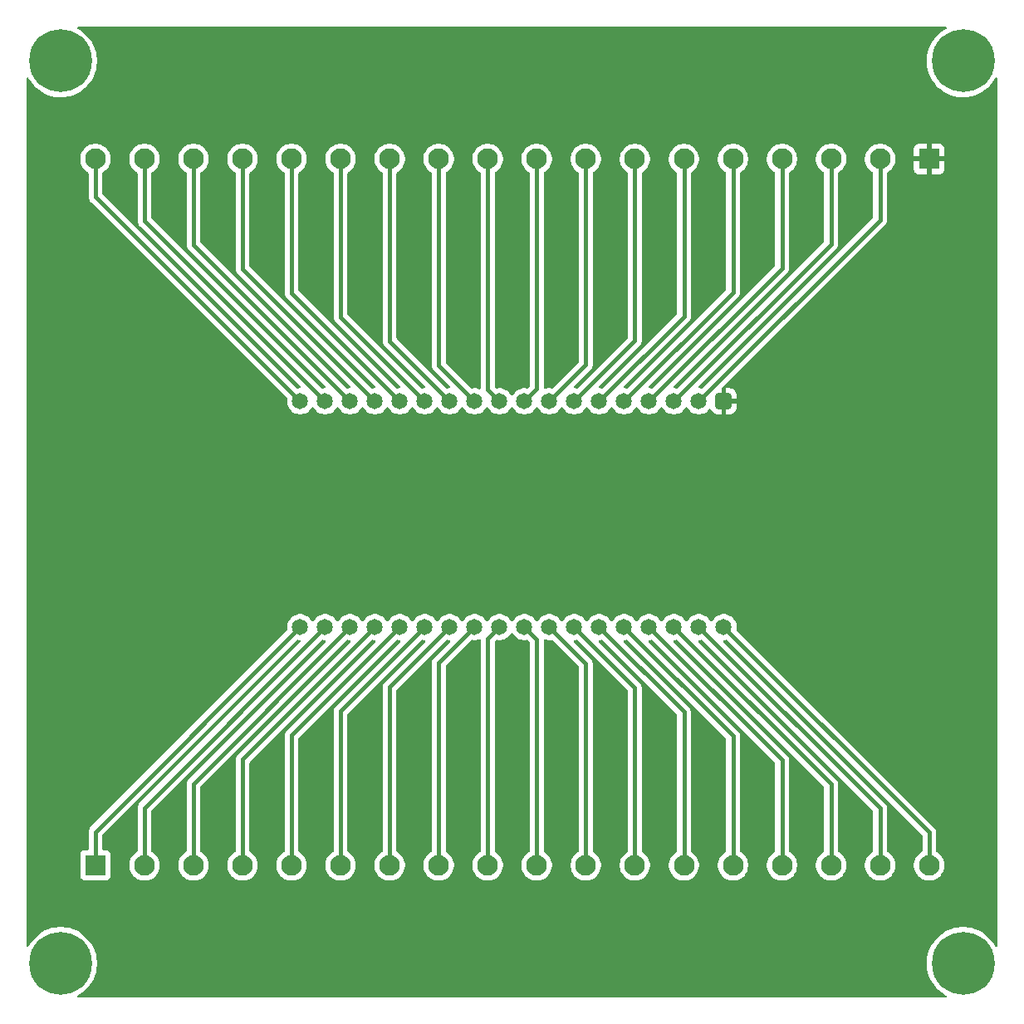
<source format=gbr>
%TF.GenerationSoftware,KiCad,Pcbnew,9.0.1*%
%TF.CreationDate,2025-05-27T14:39:04-03:00*%
%TF.ProjectId,breakout_heltec_wifi_lora_32_v3,62726561-6b6f-4757-945f-68656c746563,v0.1.0*%
%TF.SameCoordinates,Original*%
%TF.FileFunction,Copper,L1,Top*%
%TF.FilePolarity,Positive*%
%FSLAX46Y46*%
G04 Gerber Fmt 4.6, Leading zero omitted, Abs format (unit mm)*
G04 Created by KiCad (PCBNEW 9.0.1) date 2025-05-27 14:39:04*
%MOMM*%
%LPD*%
G01*
G04 APERTURE LIST*
G04 Aperture macros list*
%AMRoundRect*
0 Rectangle with rounded corners*
0 $1 Rounding radius*
0 $2 $3 $4 $5 $6 $7 $8 $9 X,Y pos of 4 corners*
0 Add a 4 corners polygon primitive as box body*
4,1,4,$2,$3,$4,$5,$6,$7,$8,$9,$2,$3,0*
0 Add four circle primitives for the rounded corners*
1,1,$1+$1,$2,$3*
1,1,$1+$1,$4,$5*
1,1,$1+$1,$6,$7*
1,1,$1+$1,$8,$9*
0 Add four rect primitives between the rounded corners*
20,1,$1+$1,$2,$3,$4,$5,0*
20,1,$1+$1,$4,$5,$6,$7,0*
20,1,$1+$1,$6,$7,$8,$9,0*
20,1,$1+$1,$8,$9,$2,$3,0*%
G04 Aperture macros list end*
%TA.AperFunction,ComponentPad*%
%ADD10RoundRect,0.250000X-0.575000X0.575000X-0.575000X-0.575000X0.575000X-0.575000X0.575000X0.575000X0*%
%TD*%
%TA.AperFunction,ComponentPad*%
%ADD11C,1.650000*%
%TD*%
%TA.AperFunction,ComponentPad*%
%ADD12C,0.800000*%
%TD*%
%TA.AperFunction,ComponentPad*%
%ADD13C,6.400000*%
%TD*%
%TA.AperFunction,ComponentPad*%
%ADD14R,2.100000X2.100000*%
%TD*%
%TA.AperFunction,ComponentPad*%
%ADD15C,2.100000*%
%TD*%
%TA.AperFunction,Conductor*%
%ADD16C,0.400000*%
%TD*%
G04 APERTURE END LIST*
D10*
%TO.P,U1,1,GND*%
%TO.N,Net-(J2-Pin_1)*%
X167580000Y-83927500D03*
D11*
%TO.P,U1,2,5V*%
%TO.N,Net-(J2-Pin_2)*%
X165040000Y-83927500D03*
%TO.P,U1,3,Ve*%
%TO.N,Net-(J2-Pin_3)*%
X162500000Y-83927500D03*
%TO.P,U1,4,Ve*%
%TO.N,Net-(J2-Pin_4)*%
X159960000Y-83927500D03*
%TO.P,U1,5,U0RXD/GPIO44/CP2102_TX*%
%TO.N,Net-(J2-Pin_5)*%
X157420000Y-83927500D03*
%TO.P,U1,6,U0TXD/GPIO43/CP2102_RX*%
%TO.N,Net-(J2-Pin_6)*%
X154880000Y-83927500D03*
%TO.P,U1,7,RST/RST_SW*%
%TO.N,Net-(J2-Pin_7)*%
X152340000Y-83927500D03*
%TO.P,U1,8,GPIO0/USER_SW*%
%TO.N,Net-(J2-Pin_8)*%
X149800000Y-83927500D03*
%TO.P,U1,9,GPIO36/SPIIO7/FSPICLK/SUBSPICLK/Vext_Ctrl*%
%TO.N,Net-(J2-Pin_9)*%
X147260000Y-83927500D03*
%TO.P,U1,10,GPIO35/SPIIO6/FSPID/SUBSPID/LED_Write*%
%TO.N,Net-(J2-Pin_10)*%
X144720000Y-83927500D03*
%TO.P,U1,11,GPIO34/SPIIO5/FSPICS0/SUBSPICS0*%
%TO.N,Net-(J2-Pin_11)*%
X142180000Y-83927500D03*
%TO.P,U1,12,GPIO33/SPIIO4/FSPIHD/SUBSPIHD*%
%TO.N,Net-(J2-Pin_12)*%
X139640000Y-83927500D03*
%TO.P,U1,13,GPIO47*%
%TO.N,Net-(J2-Pin_13)*%
X137100000Y-83927500D03*
%TO.P,U1,14,GPIO48*%
%TO.N,Net-(J2-Pin_14)*%
X134560000Y-83927500D03*
%TO.P,U1,15,GPIO26/SPICS1*%
%TO.N,Net-(J2-Pin_15)*%
X132020000Y-83927500D03*
%TO.P,U1,16,GPIO21/OLED_RST*%
%TO.N,Net-(J2-Pin_16)*%
X129480000Y-83927500D03*
%TO.P,U1,17,GPIO20/U1CTS/ADC2_CH9/CLK_OUT1/USB_D+*%
%TO.N,Net-(J2-Pin_17)*%
X126940000Y-83927500D03*
%TO.P,U1,18,GPIO19/U1RTS/ADC2_CH8/CLK_OUT2/USB_D-*%
%TO.N,Net-(J2-Pin_18)*%
X124400000Y-83927500D03*
%TO.P,U1,19,GND*%
%TO.N,Net-(J3-Pin_18)*%
X167580000Y-106947500D03*
%TO.P,U1,20,3V3*%
%TO.N,Net-(J3-Pin_17)*%
X165040000Y-106947500D03*
%TO.P,U1,21,3V3*%
%TO.N,Net-(J3-Pin_16)*%
X162500000Y-106947500D03*
%TO.P,U1,22,ADC_Ctrl/SUBSPIQ/FSPIQ/SPIDQS/GPIO37*%
%TO.N,Net-(J3-Pin_15)*%
X159960000Y-106947500D03*
%TO.P,U1,23,GPIO46*%
%TO.N,Net-(J3-Pin_14)*%
X157420000Y-106947500D03*
%TO.P,U1,24,GPIO45*%
%TO.N,Net-(J3-Pin_13)*%
X154880000Y-106947500D03*
%TO.P,U1,25,MTMS/GPIO42*%
%TO.N,Net-(J3-Pin_12)*%
X152340000Y-106947500D03*
%TO.P,U1,26,MTDI/GPIO41*%
%TO.N,Net-(J3-Pin_11)*%
X149800000Y-106947500D03*
%TO.P,U1,27,MTDO/GPIO40*%
%TO.N,Net-(J3-Pin_10)*%
X147260000Y-106947500D03*
%TO.P,U1,28,MTCK/GPIO39*%
%TO.N,Net-(J3-Pin_9)*%
X144720000Y-106947500D03*
%TO.P,U1,29,SUBSPIWP/FSPIWP/GPIO38*%
%TO.N,Net-(J3-Pin_8)*%
X142180000Y-106947500D03*
%TO.P,U1,30,TOUCH1/VBAT_Read/ADC1_CH0/GPIO1*%
%TO.N,Net-(J3-Pin_7)*%
X139640000Y-106947500D03*
%TO.P,U1,31,TOUCH2/ADC1_CH1/GPIO2*%
%TO.N,Net-(J3-Pin_6)*%
X137100000Y-106947500D03*
%TO.P,U1,32,TOUCH3/ADC1_CH2/GPIO3*%
%TO.N,Net-(J3-Pin_5)*%
X134560000Y-106947500D03*
%TO.P,U1,33,TOUCH4/ADC1_CH3/GPIO4*%
%TO.N,Net-(J3-Pin_4)*%
X132020000Y-106947500D03*
%TO.P,U1,34,TOUCH5/ADC1_CH4/GPIO5*%
%TO.N,Net-(J3-Pin_3)*%
X129480000Y-106947500D03*
%TO.P,U1,35,TOUCH6/ADC1_CH5/GPIO6*%
%TO.N,Net-(J3-Pin_2)*%
X126940000Y-106947500D03*
%TO.P,U1,36,TOUCH7/ADC1_CH6/GPIO7*%
%TO.N,Net-(J3-Pin_1)*%
X124400000Y-106947500D03*
%TD*%
D12*
%TO.P,H2,1*%
%TO.N,N/C*%
X189580000Y-49230000D03*
X190282944Y-47532944D03*
X190282944Y-50927056D03*
X191980000Y-46830000D03*
D13*
X191980000Y-49230000D03*
D12*
X191980000Y-51630000D03*
X193677056Y-47532944D03*
X193677056Y-50927056D03*
X194380000Y-49230000D03*
%TD*%
%TO.P,H1,1*%
%TO.N,N/C*%
X97580000Y-49230000D03*
X98282944Y-47532944D03*
X98282944Y-50927056D03*
X99980000Y-46830000D03*
D13*
X99980000Y-49230000D03*
D12*
X99980000Y-51630000D03*
X101677056Y-47532944D03*
X101677056Y-50927056D03*
X102380000Y-49230000D03*
%TD*%
D14*
%TO.P,J2,1,Pin_1*%
%TO.N,Net-(J2-Pin_1)*%
X188520000Y-59230000D03*
D15*
%TO.P,J2,2,Pin_2*%
%TO.N,Net-(J2-Pin_2)*%
X183520000Y-59230000D03*
%TO.P,J2,3,Pin_3*%
%TO.N,Net-(J2-Pin_3)*%
X178520000Y-59230000D03*
%TO.P,J2,4,Pin_4*%
%TO.N,Net-(J2-Pin_4)*%
X173520000Y-59230000D03*
%TO.P,J2,5,Pin_5*%
%TO.N,Net-(J2-Pin_5)*%
X168520000Y-59230000D03*
%TO.P,J2,6,Pin_6*%
%TO.N,Net-(J2-Pin_6)*%
X163520000Y-59230000D03*
%TO.P,J2,7,Pin_7*%
%TO.N,Net-(J2-Pin_7)*%
X158520000Y-59230000D03*
%TO.P,J2,8,Pin_8*%
%TO.N,Net-(J2-Pin_8)*%
X153520000Y-59230000D03*
%TO.P,J2,9,Pin_9*%
%TO.N,Net-(J2-Pin_9)*%
X148520000Y-59230000D03*
%TO.P,J2,10,Pin_10*%
%TO.N,Net-(J2-Pin_10)*%
X143520000Y-59230000D03*
%TO.P,J2,11,Pin_11*%
%TO.N,Net-(J2-Pin_11)*%
X138520000Y-59230000D03*
%TO.P,J2,12,Pin_12*%
%TO.N,Net-(J2-Pin_12)*%
X133520000Y-59230000D03*
%TO.P,J2,13,Pin_13*%
%TO.N,Net-(J2-Pin_13)*%
X128520000Y-59230000D03*
%TO.P,J2,14,Pin_14*%
%TO.N,Net-(J2-Pin_14)*%
X123520000Y-59230000D03*
%TO.P,J2,15,Pin_15*%
%TO.N,Net-(J2-Pin_15)*%
X118520000Y-59230000D03*
%TO.P,J2,16,Pin_16*%
%TO.N,Net-(J2-Pin_16)*%
X113520000Y-59230000D03*
%TO.P,J2,17,Pin_17*%
%TO.N,Net-(J2-Pin_17)*%
X108520000Y-59230000D03*
%TO.P,J2,18,Pin_18*%
%TO.N,Net-(J2-Pin_18)*%
X103520000Y-59230000D03*
%TD*%
D12*
%TO.P,H4,1*%
%TO.N,N/C*%
X189580000Y-141230000D03*
X190282944Y-139532944D03*
X190282944Y-142927056D03*
X191980000Y-138830000D03*
D13*
X191980000Y-141230000D03*
D12*
X191980000Y-143630000D03*
X193677056Y-139532944D03*
X193677056Y-142927056D03*
X194380000Y-141230000D03*
%TD*%
D14*
%TO.P,J3,1,Pin_1*%
%TO.N,Net-(J3-Pin_1)*%
X103520000Y-131230000D03*
D15*
%TO.P,J3,2,Pin_2*%
%TO.N,Net-(J3-Pin_2)*%
X108520000Y-131230000D03*
%TO.P,J3,3,Pin_3*%
%TO.N,Net-(J3-Pin_3)*%
X113520000Y-131230000D03*
%TO.P,J3,4,Pin_4*%
%TO.N,Net-(J3-Pin_4)*%
X118520000Y-131230000D03*
%TO.P,J3,5,Pin_5*%
%TO.N,Net-(J3-Pin_5)*%
X123520000Y-131230000D03*
%TO.P,J3,6,Pin_6*%
%TO.N,Net-(J3-Pin_6)*%
X128520000Y-131230000D03*
%TO.P,J3,7,Pin_7*%
%TO.N,Net-(J3-Pin_7)*%
X133520000Y-131230000D03*
%TO.P,J3,8,Pin_8*%
%TO.N,Net-(J3-Pin_8)*%
X138520000Y-131230000D03*
%TO.P,J3,9,Pin_9*%
%TO.N,Net-(J3-Pin_9)*%
X143520000Y-131230000D03*
%TO.P,J3,10,Pin_10*%
%TO.N,Net-(J3-Pin_10)*%
X148520000Y-131230000D03*
%TO.P,J3,11,Pin_11*%
%TO.N,Net-(J3-Pin_11)*%
X153520000Y-131230000D03*
%TO.P,J3,12,Pin_12*%
%TO.N,Net-(J3-Pin_12)*%
X158520000Y-131230000D03*
%TO.P,J3,13,Pin_13*%
%TO.N,Net-(J3-Pin_13)*%
X163520000Y-131230000D03*
%TO.P,J3,14,Pin_14*%
%TO.N,Net-(J3-Pin_14)*%
X168520000Y-131230000D03*
%TO.P,J3,15,Pin_15*%
%TO.N,Net-(J3-Pin_15)*%
X173520000Y-131230000D03*
%TO.P,J3,16,Pin_16*%
%TO.N,Net-(J3-Pin_16)*%
X178520000Y-131230000D03*
%TO.P,J3,17,Pin_17*%
%TO.N,Net-(J3-Pin_17)*%
X183520000Y-131230000D03*
%TO.P,J3,18,Pin_18*%
%TO.N,Net-(J3-Pin_18)*%
X188520000Y-131230000D03*
%TD*%
D12*
%TO.P,H3,1*%
%TO.N,N/C*%
X97580000Y-141230000D03*
X98282944Y-139532944D03*
X98282944Y-142927056D03*
X99980000Y-138830000D03*
D13*
X99980000Y-141230000D03*
D12*
X99980000Y-143630000D03*
X101677056Y-139532944D03*
X101677056Y-142927056D03*
X102380000Y-141230000D03*
%TD*%
D16*
%TO.N,Net-(J2-Pin_18)*%
X103520000Y-63047500D02*
X124400000Y-83927500D01*
X103520000Y-59230000D02*
X103520000Y-63047500D01*
%TO.N,Net-(J2-Pin_14)*%
X123520000Y-72887500D02*
X134560000Y-83927500D01*
X123520000Y-59230000D02*
X123520000Y-72887500D01*
%TO.N,Net-(J2-Pin_16)*%
X113520000Y-67967500D02*
X129480000Y-83927500D01*
X113520000Y-59230000D02*
X113520000Y-67967500D01*
%TO.N,Net-(J2-Pin_4)*%
X173520000Y-59230000D02*
X173520000Y-70367500D01*
X173520000Y-70367500D02*
X159960000Y-83927500D01*
%TO.N,Net-(J2-Pin_11)*%
X138520000Y-80267500D02*
X142180000Y-83927500D01*
X138520000Y-59230000D02*
X138520000Y-80267500D01*
%TO.N,Net-(J2-Pin_2)*%
X183520000Y-59230000D02*
X183520000Y-65447500D01*
X183520000Y-65447500D02*
X165040000Y-83927500D01*
%TO.N,Net-(J2-Pin_5)*%
X168520000Y-59230000D02*
X168520000Y-72827500D01*
X168520000Y-72827500D02*
X157420000Y-83927500D01*
%TO.N,Net-(J2-Pin_3)*%
X178520000Y-67907500D02*
X162500000Y-83927500D01*
X178520000Y-59230000D02*
X178520000Y-67907500D01*
%TO.N,Net-(J2-Pin_10)*%
X143520000Y-59230000D02*
X143520000Y-82727500D01*
X143520000Y-82727500D02*
X144720000Y-83927500D01*
%TO.N,Net-(J2-Pin_9)*%
X148520000Y-59230000D02*
X148520000Y-82667500D01*
X148520000Y-82667500D02*
X147260000Y-83927500D01*
%TO.N,Net-(J2-Pin_17)*%
X108520000Y-59230000D02*
X108520000Y-65507500D01*
X108520000Y-65507500D02*
X126940000Y-83927500D01*
%TO.N,Net-(J2-Pin_15)*%
X118520000Y-70427500D02*
X132020000Y-83927500D01*
X118520000Y-59230000D02*
X118520000Y-70427500D01*
%TO.N,Net-(J2-Pin_8)*%
X153520000Y-59230000D02*
X153520000Y-80207500D01*
X153520000Y-80207500D02*
X149800000Y-83927500D01*
%TO.N,Net-(J2-Pin_7)*%
X158520000Y-59230000D02*
X158520000Y-77747500D01*
X158520000Y-77747500D02*
X152340000Y-83927500D01*
%TO.N,Net-(J2-Pin_6)*%
X163520000Y-59230000D02*
X163520000Y-75287500D01*
X163520000Y-75287500D02*
X154880000Y-83927500D01*
%TO.N,Net-(J2-Pin_13)*%
X128520000Y-75347500D02*
X137100000Y-83927500D01*
X128520000Y-59230000D02*
X128520000Y-75347500D01*
%TO.N,Net-(J2-Pin_12)*%
X133520000Y-77807500D02*
X139640000Y-83927500D01*
X133520000Y-59230000D02*
X133520000Y-77807500D01*
%TO.N,Net-(J3-Pin_16)*%
X178520000Y-131230000D02*
X178520000Y-122967500D01*
X178520000Y-122967500D02*
X162500000Y-106947500D01*
%TO.N,Net-(J3-Pin_15)*%
X173520000Y-120507500D02*
X159960000Y-106947500D01*
X173520000Y-131230000D02*
X173520000Y-120507500D01*
%TO.N,Net-(J3-Pin_3)*%
X113520000Y-131230000D02*
X113520000Y-122907500D01*
X113520000Y-122907500D02*
X129480000Y-106947500D01*
%TO.N,Net-(J3-Pin_18)*%
X188520000Y-131230000D02*
X188520000Y-127887500D01*
X188520000Y-127887500D02*
X167580000Y-106947500D01*
%TO.N,Net-(J3-Pin_7)*%
X133520000Y-113067500D02*
X139640000Y-106947500D01*
X133520000Y-131230000D02*
X133520000Y-113067500D01*
%TO.N,Net-(J3-Pin_17)*%
X183520000Y-125427500D02*
X165040000Y-106947500D01*
X183520000Y-131230000D02*
X183520000Y-125427500D01*
%TO.N,Net-(J3-Pin_1)*%
X103520000Y-127827500D02*
X124400000Y-106947500D01*
X103520000Y-131230000D02*
X103520000Y-127827500D01*
%TO.N,Net-(J3-Pin_10)*%
X148520000Y-131230000D02*
X148520000Y-108207500D01*
X148520000Y-108207500D02*
X147260000Y-106947500D01*
%TO.N,Net-(J3-Pin_8)*%
X138520000Y-110607500D02*
X142180000Y-106947500D01*
X138520000Y-131230000D02*
X138520000Y-110607500D01*
%TO.N,Net-(J3-Pin_9)*%
X143520000Y-131230000D02*
X143520000Y-108147500D01*
X143520000Y-108147500D02*
X144720000Y-106947500D01*
%TO.N,Net-(J3-Pin_13)*%
X163520000Y-131230000D02*
X163520000Y-115587500D01*
X163520000Y-115587500D02*
X154880000Y-106947500D01*
%TO.N,Net-(J3-Pin_4)*%
X118520000Y-131230000D02*
X118520000Y-120447500D01*
X118520000Y-120447500D02*
X132020000Y-106947500D01*
%TO.N,Net-(J3-Pin_6)*%
X128520000Y-115527500D02*
X137100000Y-106947500D01*
X128520000Y-131230000D02*
X128520000Y-115527500D01*
%TO.N,Net-(J3-Pin_14)*%
X168520000Y-118047500D02*
X157420000Y-106947500D01*
X168520000Y-131230000D02*
X168520000Y-118047500D01*
%TO.N,Net-(J3-Pin_5)*%
X123520000Y-131230000D02*
X123520000Y-117987500D01*
X123520000Y-117987500D02*
X134560000Y-106947500D01*
%TO.N,Net-(J3-Pin_12)*%
X158520000Y-131230000D02*
X158520000Y-113127500D01*
X158520000Y-113127500D02*
X152340000Y-106947500D01*
%TO.N,Net-(J3-Pin_2)*%
X108520000Y-125367500D02*
X126940000Y-106947500D01*
X108520000Y-131230000D02*
X108520000Y-125367500D01*
%TO.N,Net-(J3-Pin_11)*%
X153520000Y-110667500D02*
X149800000Y-106947500D01*
X153520000Y-131230000D02*
X153520000Y-110667500D01*
%TD*%
%TA.AperFunction,Conductor*%
%TO.N,Net-(J2-Pin_1)*%
G36*
X190249031Y-45750185D02*
G01*
X190294786Y-45802989D01*
X190304730Y-45872147D01*
X190275705Y-45935703D01*
X190240445Y-45963858D01*
X190075279Y-46052140D01*
X190075261Y-46052151D01*
X189772964Y-46254140D01*
X189772950Y-46254150D01*
X189491893Y-46484807D01*
X189234807Y-46741893D01*
X189004150Y-47022950D01*
X189004140Y-47022964D01*
X188802151Y-47325261D01*
X188802140Y-47325279D01*
X188630756Y-47645916D01*
X188630754Y-47645921D01*
X188491614Y-47981834D01*
X188386067Y-48329776D01*
X188386064Y-48329787D01*
X188315137Y-48686369D01*
X188279500Y-49048209D01*
X188279500Y-49411790D01*
X188315137Y-49773630D01*
X188386064Y-50130212D01*
X188386067Y-50130223D01*
X188491614Y-50478165D01*
X188630754Y-50814078D01*
X188630756Y-50814083D01*
X188802140Y-51134720D01*
X188802151Y-51134738D01*
X189004140Y-51437035D01*
X189004150Y-51437049D01*
X189234807Y-51718106D01*
X189491893Y-51975192D01*
X189491898Y-51975196D01*
X189491899Y-51975197D01*
X189772956Y-52205854D01*
X190075268Y-52407853D01*
X190075277Y-52407858D01*
X190075279Y-52407859D01*
X190395916Y-52579243D01*
X190395918Y-52579243D01*
X190395924Y-52579247D01*
X190731836Y-52718386D01*
X191079767Y-52823930D01*
X191079773Y-52823931D01*
X191079776Y-52823932D01*
X191079787Y-52823935D01*
X191436369Y-52894862D01*
X191798206Y-52930500D01*
X191798209Y-52930500D01*
X192161791Y-52930500D01*
X192161794Y-52930500D01*
X192523631Y-52894862D01*
X192593045Y-52881054D01*
X192880212Y-52823935D01*
X192880223Y-52823932D01*
X192880223Y-52823931D01*
X192880233Y-52823930D01*
X193228164Y-52718386D01*
X193564076Y-52579247D01*
X193884732Y-52407853D01*
X194187044Y-52205854D01*
X194468101Y-51975197D01*
X194725197Y-51718101D01*
X194955854Y-51437044D01*
X195157853Y-51134732D01*
X195246142Y-50969555D01*
X195295104Y-50919711D01*
X195363242Y-50904250D01*
X195428921Y-50928082D01*
X195471290Y-50983639D01*
X195479500Y-51028008D01*
X195479500Y-139431991D01*
X195459815Y-139499030D01*
X195407011Y-139544785D01*
X195337853Y-139554729D01*
X195274297Y-139525704D01*
X195246142Y-139490444D01*
X195157859Y-139325279D01*
X195157858Y-139325277D01*
X195157853Y-139325268D01*
X194955854Y-139022956D01*
X194725197Y-138741899D01*
X194725196Y-138741898D01*
X194725192Y-138741893D01*
X194468106Y-138484807D01*
X194187049Y-138254150D01*
X194187048Y-138254149D01*
X194187044Y-138254146D01*
X193884732Y-138052147D01*
X193884727Y-138052144D01*
X193884720Y-138052140D01*
X193564083Y-137880756D01*
X193564078Y-137880754D01*
X193228165Y-137741614D01*
X192880223Y-137636067D01*
X192880212Y-137636064D01*
X192523630Y-137565137D01*
X192251111Y-137538296D01*
X192161794Y-137529500D01*
X191798206Y-137529500D01*
X191715679Y-137537628D01*
X191436369Y-137565137D01*
X191079787Y-137636064D01*
X191079776Y-137636067D01*
X190731834Y-137741614D01*
X190395921Y-137880754D01*
X190395916Y-137880756D01*
X190075279Y-138052140D01*
X190075261Y-138052151D01*
X189772964Y-138254140D01*
X189772950Y-138254150D01*
X189491893Y-138484807D01*
X189234807Y-138741893D01*
X189004150Y-139022950D01*
X189004140Y-139022964D01*
X188802151Y-139325261D01*
X188802140Y-139325279D01*
X188630756Y-139645916D01*
X188630754Y-139645921D01*
X188491614Y-139981834D01*
X188386067Y-140329776D01*
X188386064Y-140329787D01*
X188315137Y-140686369D01*
X188279500Y-141048209D01*
X188279500Y-141411790D01*
X188315137Y-141773630D01*
X188386064Y-142130212D01*
X188386067Y-142130223D01*
X188491614Y-142478165D01*
X188630754Y-142814078D01*
X188630756Y-142814083D01*
X188802140Y-143134720D01*
X188802151Y-143134738D01*
X189004140Y-143437035D01*
X189004150Y-143437049D01*
X189234807Y-143718106D01*
X189491893Y-143975192D01*
X189491898Y-143975196D01*
X189491899Y-143975197D01*
X189772956Y-144205854D01*
X190075268Y-144407853D01*
X190075277Y-144407858D01*
X190075279Y-144407859D01*
X190240445Y-144496142D01*
X190290289Y-144545104D01*
X190305750Y-144613242D01*
X190281918Y-144678921D01*
X190226361Y-144721290D01*
X190181992Y-144729500D01*
X101778008Y-144729500D01*
X101710969Y-144709815D01*
X101665214Y-144657011D01*
X101655270Y-144587853D01*
X101684295Y-144524297D01*
X101719555Y-144496142D01*
X101765286Y-144471698D01*
X101884732Y-144407853D01*
X102187044Y-144205854D01*
X102468101Y-143975197D01*
X102725197Y-143718101D01*
X102955854Y-143437044D01*
X103157853Y-143134732D01*
X103329247Y-142814076D01*
X103468386Y-142478164D01*
X103573930Y-142130233D01*
X103573932Y-142130223D01*
X103573935Y-142130212D01*
X103644862Y-141773630D01*
X103680500Y-141411790D01*
X103680500Y-141048209D01*
X103644862Y-140686369D01*
X103573935Y-140329787D01*
X103573932Y-140329776D01*
X103573931Y-140329773D01*
X103573930Y-140329767D01*
X103468386Y-139981836D01*
X103329247Y-139645924D01*
X103280502Y-139554729D01*
X103157859Y-139325279D01*
X103157858Y-139325277D01*
X103157853Y-139325268D01*
X102955854Y-139022956D01*
X102725197Y-138741899D01*
X102725196Y-138741898D01*
X102725192Y-138741893D01*
X102468106Y-138484807D01*
X102187049Y-138254150D01*
X102187048Y-138254149D01*
X102187044Y-138254146D01*
X101884732Y-138052147D01*
X101884727Y-138052144D01*
X101884720Y-138052140D01*
X101564083Y-137880756D01*
X101564078Y-137880754D01*
X101228165Y-137741614D01*
X100880223Y-137636067D01*
X100880212Y-137636064D01*
X100523630Y-137565137D01*
X100251111Y-137538296D01*
X100161794Y-137529500D01*
X99798206Y-137529500D01*
X99715679Y-137537628D01*
X99436369Y-137565137D01*
X99079787Y-137636064D01*
X99079776Y-137636067D01*
X98731834Y-137741614D01*
X98395921Y-137880754D01*
X98395916Y-137880756D01*
X98075279Y-138052140D01*
X98075261Y-138052151D01*
X97772964Y-138254140D01*
X97772950Y-138254150D01*
X97491893Y-138484807D01*
X97234807Y-138741893D01*
X97004150Y-139022950D01*
X97004140Y-139022964D01*
X96802151Y-139325261D01*
X96802140Y-139325279D01*
X96713858Y-139490444D01*
X96664896Y-139540289D01*
X96596758Y-139555749D01*
X96531078Y-139531917D01*
X96488710Y-139476360D01*
X96480500Y-139431991D01*
X96480500Y-130132135D01*
X101969500Y-130132135D01*
X101969500Y-132327870D01*
X101969501Y-132327876D01*
X101975908Y-132387483D01*
X102026202Y-132522328D01*
X102026206Y-132522335D01*
X102112452Y-132637544D01*
X102112455Y-132637547D01*
X102227664Y-132723793D01*
X102227671Y-132723797D01*
X102362517Y-132774091D01*
X102362516Y-132774091D01*
X102369444Y-132774835D01*
X102422127Y-132780500D01*
X104617872Y-132780499D01*
X104677483Y-132774091D01*
X104812331Y-132723796D01*
X104927546Y-132637546D01*
X105013796Y-132522331D01*
X105064091Y-132387483D01*
X105070500Y-132327873D01*
X105070499Y-130132128D01*
X105064091Y-130072517D01*
X105054702Y-130047345D01*
X105013797Y-129937671D01*
X105013793Y-129937664D01*
X104927547Y-129822455D01*
X104927544Y-129822452D01*
X104812335Y-129736206D01*
X104812328Y-129736202D01*
X104677482Y-129685908D01*
X104677483Y-129685908D01*
X104617883Y-129679501D01*
X104617881Y-129679500D01*
X104617873Y-129679500D01*
X104617865Y-129679500D01*
X104344500Y-129679500D01*
X104277461Y-129659815D01*
X104231706Y-129607011D01*
X104220500Y-129555500D01*
X104220500Y-128169018D01*
X104240185Y-128101979D01*
X104256814Y-128081342D01*
X124052002Y-108286153D01*
X124054998Y-108284517D01*
X124056795Y-108281608D01*
X124085450Y-108267889D01*
X124113323Y-108252670D01*
X124117645Y-108252476D01*
X124119815Y-108251438D01*
X124141770Y-108251396D01*
X124155103Y-108250799D01*
X124157066Y-108251045D01*
X124295681Y-108273000D01*
X124332219Y-108273000D01*
X124339902Y-108273963D01*
X124365128Y-108284935D01*
X124391519Y-108292685D01*
X124396705Y-108298671D01*
X124403973Y-108301832D01*
X124419264Y-108324704D01*
X124437274Y-108345489D01*
X124438401Y-108353330D01*
X124442805Y-108359917D01*
X124443303Y-108387419D01*
X124447218Y-108414647D01*
X124443926Y-108421854D01*
X124444070Y-108429775D01*
X124429620Y-108453180D01*
X124418193Y-108478203D01*
X124412161Y-108484681D01*
X107975890Y-124920951D01*
X107975889Y-124920952D01*
X107935797Y-124980956D01*
X107935796Y-124980957D01*
X107899223Y-125035691D01*
X107899222Y-125035693D01*
X107846421Y-125163167D01*
X107846418Y-125163177D01*
X107819500Y-125298504D01*
X107819500Y-129770768D01*
X107799815Y-129837807D01*
X107751796Y-129881252D01*
X107707359Y-129903894D01*
X107509923Y-130047339D01*
X107509918Y-130047343D01*
X107337343Y-130219918D01*
X107337339Y-130219923D01*
X107193896Y-130417357D01*
X107083097Y-130634812D01*
X107007678Y-130866927D01*
X106969500Y-131107973D01*
X106969500Y-131352026D01*
X107007678Y-131593072D01*
X107083097Y-131825187D01*
X107193896Y-132042642D01*
X107337339Y-132240076D01*
X107337343Y-132240081D01*
X107509918Y-132412656D01*
X107509923Y-132412660D01*
X107660879Y-132522335D01*
X107707361Y-132556106D01*
X107924815Y-132666904D01*
X108156924Y-132742321D01*
X108397973Y-132780500D01*
X108397974Y-132780500D01*
X108642026Y-132780500D01*
X108642027Y-132780500D01*
X108883076Y-132742321D01*
X109115185Y-132666904D01*
X109332639Y-132556106D01*
X109530083Y-132412655D01*
X109702655Y-132240083D01*
X109846106Y-132042639D01*
X109956904Y-131825185D01*
X110032321Y-131593076D01*
X110070500Y-131352027D01*
X110070500Y-131107973D01*
X110032321Y-130866924D01*
X109956904Y-130634815D01*
X109846106Y-130417361D01*
X109827779Y-130392136D01*
X109702660Y-130219923D01*
X109702656Y-130219918D01*
X109530081Y-130047343D01*
X109530076Y-130047339D01*
X109332640Y-129903894D01*
X109288204Y-129881252D01*
X109237408Y-129833277D01*
X109220500Y-129770768D01*
X109220500Y-125709018D01*
X109240185Y-125641979D01*
X109256814Y-125621342D01*
X126592002Y-108286153D01*
X126594998Y-108284517D01*
X126596795Y-108281608D01*
X126625450Y-108267889D01*
X126653323Y-108252670D01*
X126657645Y-108252476D01*
X126659815Y-108251438D01*
X126681770Y-108251396D01*
X126695103Y-108250799D01*
X126697066Y-108251045D01*
X126835681Y-108273000D01*
X126872220Y-108273000D01*
X126879903Y-108273963D01*
X126905129Y-108284935D01*
X126931520Y-108292685D01*
X126936706Y-108298671D01*
X126943974Y-108301832D01*
X126959265Y-108324704D01*
X126977275Y-108345489D01*
X126978402Y-108353330D01*
X126982806Y-108359917D01*
X126983304Y-108387419D01*
X126987219Y-108414647D01*
X126983927Y-108421854D01*
X126984071Y-108429775D01*
X126969621Y-108453180D01*
X126958194Y-108478203D01*
X126952162Y-108484681D01*
X112975890Y-122460951D01*
X112975889Y-122460952D01*
X112935797Y-122520956D01*
X112935796Y-122520957D01*
X112899223Y-122575691D01*
X112899222Y-122575693D01*
X112846421Y-122703167D01*
X112846418Y-122703177D01*
X112819500Y-122838504D01*
X112819500Y-129770768D01*
X112799815Y-129837807D01*
X112751796Y-129881252D01*
X112707359Y-129903894D01*
X112509923Y-130047339D01*
X112509918Y-130047343D01*
X112337343Y-130219918D01*
X112337339Y-130219923D01*
X112193896Y-130417357D01*
X112083097Y-130634812D01*
X112007678Y-130866927D01*
X111969500Y-131107973D01*
X111969500Y-131352026D01*
X112007678Y-131593072D01*
X112083097Y-131825187D01*
X112193896Y-132042642D01*
X112337339Y-132240076D01*
X112337343Y-132240081D01*
X112509918Y-132412656D01*
X112509923Y-132412660D01*
X112660879Y-132522335D01*
X112707361Y-132556106D01*
X112924815Y-132666904D01*
X113156924Y-132742321D01*
X113397973Y-132780500D01*
X113397974Y-132780500D01*
X113642026Y-132780500D01*
X113642027Y-132780500D01*
X113883076Y-132742321D01*
X114115185Y-132666904D01*
X114332639Y-132556106D01*
X114530083Y-132412655D01*
X114702655Y-132240083D01*
X114846106Y-132042639D01*
X114956904Y-131825185D01*
X115032321Y-131593076D01*
X115070500Y-131352027D01*
X115070500Y-131107973D01*
X115032321Y-130866924D01*
X114956904Y-130634815D01*
X114846106Y-130417361D01*
X114827779Y-130392136D01*
X114702660Y-130219923D01*
X114702656Y-130219918D01*
X114530081Y-130047343D01*
X114530076Y-130047339D01*
X114332640Y-129903894D01*
X114288204Y-129881252D01*
X114237408Y-129833277D01*
X114220500Y-129770768D01*
X114220500Y-123249017D01*
X114240185Y-123181978D01*
X114256814Y-123161341D01*
X129132001Y-108286153D01*
X129134997Y-108284517D01*
X129136794Y-108281608D01*
X129165449Y-108267889D01*
X129193322Y-108252670D01*
X129197644Y-108252476D01*
X129199814Y-108251438D01*
X129221769Y-108251396D01*
X129235102Y-108250799D01*
X129237066Y-108251045D01*
X129375681Y-108273000D01*
X129412219Y-108273000D01*
X129419902Y-108273963D01*
X129445128Y-108284935D01*
X129471519Y-108292685D01*
X129476705Y-108298671D01*
X129483973Y-108301832D01*
X129499264Y-108324704D01*
X129517274Y-108345489D01*
X129518401Y-108353330D01*
X129522805Y-108359917D01*
X129523303Y-108387419D01*
X129527218Y-108414647D01*
X129523926Y-108421854D01*
X129524070Y-108429775D01*
X129509620Y-108453180D01*
X129498193Y-108478203D01*
X129492161Y-108484681D01*
X117975890Y-120000951D01*
X117975889Y-120000952D01*
X117935797Y-120060956D01*
X117935796Y-120060957D01*
X117899223Y-120115691D01*
X117899222Y-120115693D01*
X117846421Y-120243167D01*
X117846418Y-120243177D01*
X117819500Y-120378504D01*
X117819500Y-129770768D01*
X117799815Y-129837807D01*
X117751796Y-129881252D01*
X117707359Y-129903894D01*
X117509923Y-130047339D01*
X117509918Y-130047343D01*
X117337343Y-130219918D01*
X117337339Y-130219923D01*
X117193896Y-130417357D01*
X117083097Y-130634812D01*
X117007678Y-130866927D01*
X116969500Y-131107973D01*
X116969500Y-131352026D01*
X117007678Y-131593072D01*
X117083097Y-131825187D01*
X117193896Y-132042642D01*
X117337339Y-132240076D01*
X117337343Y-132240081D01*
X117509918Y-132412656D01*
X117509923Y-132412660D01*
X117660879Y-132522335D01*
X117707361Y-132556106D01*
X117924815Y-132666904D01*
X118156924Y-132742321D01*
X118397973Y-132780500D01*
X118397974Y-132780500D01*
X118642026Y-132780500D01*
X118642027Y-132780500D01*
X118883076Y-132742321D01*
X119115185Y-132666904D01*
X119332639Y-132556106D01*
X119530083Y-132412655D01*
X119702655Y-132240083D01*
X119846106Y-132042639D01*
X119956904Y-131825185D01*
X120032321Y-131593076D01*
X120070500Y-131352027D01*
X120070500Y-131107973D01*
X120032321Y-130866924D01*
X119956904Y-130634815D01*
X119846106Y-130417361D01*
X119827779Y-130392136D01*
X119702660Y-130219923D01*
X119702656Y-130219918D01*
X119530081Y-130047343D01*
X119530076Y-130047339D01*
X119332640Y-129903894D01*
X119288204Y-129881252D01*
X119237408Y-129833277D01*
X119220500Y-129770768D01*
X119220500Y-120789018D01*
X119240185Y-120721979D01*
X119256814Y-120701342D01*
X131672002Y-108286153D01*
X131674998Y-108284517D01*
X131676795Y-108281608D01*
X131705450Y-108267889D01*
X131733323Y-108252670D01*
X131737645Y-108252476D01*
X131739815Y-108251438D01*
X131761770Y-108251396D01*
X131775103Y-108250799D01*
X131777066Y-108251045D01*
X131915681Y-108273000D01*
X131952219Y-108273000D01*
X131959902Y-108273963D01*
X131985128Y-108284935D01*
X132011519Y-108292685D01*
X132016705Y-108298671D01*
X132023973Y-108301832D01*
X132039264Y-108324704D01*
X132057274Y-108345489D01*
X132058401Y-108353330D01*
X132062805Y-108359917D01*
X132063303Y-108387419D01*
X132067218Y-108414647D01*
X132063926Y-108421854D01*
X132064070Y-108429775D01*
X132049620Y-108453180D01*
X132038193Y-108478203D01*
X132032161Y-108484681D01*
X122975890Y-117540951D01*
X122975889Y-117540952D01*
X122935797Y-117600956D01*
X122935796Y-117600957D01*
X122899223Y-117655691D01*
X122899222Y-117655693D01*
X122846421Y-117783167D01*
X122846418Y-117783177D01*
X122819500Y-117918504D01*
X122819500Y-129770768D01*
X122799815Y-129837807D01*
X122751796Y-129881252D01*
X122707359Y-129903894D01*
X122509923Y-130047339D01*
X122509918Y-130047343D01*
X122337343Y-130219918D01*
X122337339Y-130219923D01*
X122193896Y-130417357D01*
X122083097Y-130634812D01*
X122007678Y-130866927D01*
X121969500Y-131107973D01*
X121969500Y-131352026D01*
X122007678Y-131593072D01*
X122083097Y-131825187D01*
X122193896Y-132042642D01*
X122337339Y-132240076D01*
X122337343Y-132240081D01*
X122509918Y-132412656D01*
X122509923Y-132412660D01*
X122660879Y-132522335D01*
X122707361Y-132556106D01*
X122924815Y-132666904D01*
X123156924Y-132742321D01*
X123397973Y-132780500D01*
X123397974Y-132780500D01*
X123642026Y-132780500D01*
X123642027Y-132780500D01*
X123883076Y-132742321D01*
X124115185Y-132666904D01*
X124332639Y-132556106D01*
X124530083Y-132412655D01*
X124702655Y-132240083D01*
X124846106Y-132042639D01*
X124956904Y-131825185D01*
X125032321Y-131593076D01*
X125070500Y-131352027D01*
X125070500Y-131107973D01*
X125032321Y-130866924D01*
X124956904Y-130634815D01*
X124846106Y-130417361D01*
X124827779Y-130392136D01*
X124702660Y-130219923D01*
X124702656Y-130219918D01*
X124530081Y-130047343D01*
X124530076Y-130047339D01*
X124332640Y-129903894D01*
X124288204Y-129881252D01*
X124237408Y-129833277D01*
X124220500Y-129770768D01*
X124220500Y-118329018D01*
X124240185Y-118261979D01*
X124256814Y-118241342D01*
X134212002Y-108286153D01*
X134214998Y-108284517D01*
X134216795Y-108281608D01*
X134245450Y-108267889D01*
X134273323Y-108252670D01*
X134277645Y-108252476D01*
X134279815Y-108251438D01*
X134301770Y-108251396D01*
X134315103Y-108250799D01*
X134317066Y-108251045D01*
X134455681Y-108273000D01*
X134492220Y-108273000D01*
X134499903Y-108273963D01*
X134525129Y-108284935D01*
X134551520Y-108292685D01*
X134556706Y-108298671D01*
X134563974Y-108301832D01*
X134579265Y-108324704D01*
X134597275Y-108345489D01*
X134598402Y-108353330D01*
X134602806Y-108359917D01*
X134603304Y-108387419D01*
X134607219Y-108414647D01*
X134603927Y-108421854D01*
X134604071Y-108429775D01*
X134589621Y-108453180D01*
X134578194Y-108478203D01*
X134572162Y-108484681D01*
X127975890Y-115080951D01*
X127975889Y-115080952D01*
X127935797Y-115140956D01*
X127935796Y-115140957D01*
X127899223Y-115195691D01*
X127899222Y-115195693D01*
X127846421Y-115323167D01*
X127846418Y-115323177D01*
X127819500Y-115458504D01*
X127819500Y-129770768D01*
X127799815Y-129837807D01*
X127751796Y-129881252D01*
X127707359Y-129903894D01*
X127509923Y-130047339D01*
X127509918Y-130047343D01*
X127337343Y-130219918D01*
X127337339Y-130219923D01*
X127193896Y-130417357D01*
X127083097Y-130634812D01*
X127007678Y-130866927D01*
X126969500Y-131107973D01*
X126969500Y-131352026D01*
X127007678Y-131593072D01*
X127083097Y-131825187D01*
X127193896Y-132042642D01*
X127337339Y-132240076D01*
X127337343Y-132240081D01*
X127509918Y-132412656D01*
X127509923Y-132412660D01*
X127660879Y-132522335D01*
X127707361Y-132556106D01*
X127924815Y-132666904D01*
X128156924Y-132742321D01*
X128397973Y-132780500D01*
X128397974Y-132780500D01*
X128642026Y-132780500D01*
X128642027Y-132780500D01*
X128883076Y-132742321D01*
X129115185Y-132666904D01*
X129332639Y-132556106D01*
X129530083Y-132412655D01*
X129702655Y-132240083D01*
X129846106Y-132042639D01*
X129956904Y-131825185D01*
X130032321Y-131593076D01*
X130070500Y-131352027D01*
X130070500Y-131107973D01*
X130032321Y-130866924D01*
X129956904Y-130634815D01*
X129846106Y-130417361D01*
X129827779Y-130392136D01*
X129702660Y-130219923D01*
X129702656Y-130219918D01*
X129530081Y-130047343D01*
X129530076Y-130047339D01*
X129332640Y-129903894D01*
X129288204Y-129881252D01*
X129237408Y-129833277D01*
X129220500Y-129770768D01*
X129220500Y-115869017D01*
X129240185Y-115801978D01*
X129256814Y-115781341D01*
X136752001Y-108286153D01*
X136754997Y-108284517D01*
X136756794Y-108281608D01*
X136785449Y-108267889D01*
X136813322Y-108252670D01*
X136817644Y-108252476D01*
X136819814Y-108251438D01*
X136841769Y-108251396D01*
X136855102Y-108250799D01*
X136857066Y-108251045D01*
X136995681Y-108273000D01*
X137032219Y-108273000D01*
X137039902Y-108273963D01*
X137065128Y-108284935D01*
X137091519Y-108292685D01*
X137096705Y-108298671D01*
X137103973Y-108301832D01*
X137119264Y-108324704D01*
X137137274Y-108345489D01*
X137138401Y-108353330D01*
X137142805Y-108359917D01*
X137143303Y-108387419D01*
X137147218Y-108414647D01*
X137143926Y-108421854D01*
X137144070Y-108429775D01*
X137129620Y-108453180D01*
X137118193Y-108478203D01*
X137112161Y-108484681D01*
X132975890Y-112620951D01*
X132975889Y-112620952D01*
X132935797Y-112680956D01*
X132935796Y-112680957D01*
X132899223Y-112735691D01*
X132899222Y-112735693D01*
X132846421Y-112863167D01*
X132846418Y-112863177D01*
X132819500Y-112998504D01*
X132819500Y-129770768D01*
X132799815Y-129837807D01*
X132751796Y-129881252D01*
X132707359Y-129903894D01*
X132509923Y-130047339D01*
X132509918Y-130047343D01*
X132337343Y-130219918D01*
X132337339Y-130219923D01*
X132193896Y-130417357D01*
X132083097Y-130634812D01*
X132007678Y-130866927D01*
X131969500Y-131107973D01*
X131969500Y-131352026D01*
X132007678Y-131593072D01*
X132083097Y-131825187D01*
X132193896Y-132042642D01*
X132337339Y-132240076D01*
X132337343Y-132240081D01*
X132509918Y-132412656D01*
X132509923Y-132412660D01*
X132660879Y-132522335D01*
X132707361Y-132556106D01*
X132924815Y-132666904D01*
X133156924Y-132742321D01*
X133397973Y-132780500D01*
X133397974Y-132780500D01*
X133642026Y-132780500D01*
X133642027Y-132780500D01*
X133883076Y-132742321D01*
X134115185Y-132666904D01*
X134332639Y-132556106D01*
X134530083Y-132412655D01*
X134702655Y-132240083D01*
X134846106Y-132042639D01*
X134956904Y-131825185D01*
X135032321Y-131593076D01*
X135070500Y-131352027D01*
X135070500Y-131107973D01*
X135032321Y-130866924D01*
X134956904Y-130634815D01*
X134846106Y-130417361D01*
X134827779Y-130392136D01*
X134702660Y-130219923D01*
X134702656Y-130219918D01*
X134530081Y-130047343D01*
X134530076Y-130047339D01*
X134332640Y-129903894D01*
X134288204Y-129881252D01*
X134237408Y-129833277D01*
X134220500Y-129770768D01*
X134220500Y-113409018D01*
X134240185Y-113341979D01*
X134256814Y-113321342D01*
X139292002Y-108286153D01*
X139294998Y-108284517D01*
X139296795Y-108281608D01*
X139325450Y-108267889D01*
X139353323Y-108252670D01*
X139357645Y-108252476D01*
X139359815Y-108251438D01*
X139381770Y-108251396D01*
X139395103Y-108250799D01*
X139397066Y-108251045D01*
X139535681Y-108273000D01*
X139572219Y-108273000D01*
X139579902Y-108273963D01*
X139605128Y-108284935D01*
X139631519Y-108292685D01*
X139636705Y-108298671D01*
X139643973Y-108301832D01*
X139659264Y-108324704D01*
X139677274Y-108345489D01*
X139678401Y-108353330D01*
X139682805Y-108359917D01*
X139683303Y-108387419D01*
X139687218Y-108414647D01*
X139683926Y-108421854D01*
X139684070Y-108429775D01*
X139669620Y-108453180D01*
X139658193Y-108478203D01*
X139652161Y-108484681D01*
X137975890Y-110160951D01*
X137975889Y-110160952D01*
X137935797Y-110220956D01*
X137935796Y-110220957D01*
X137899223Y-110275691D01*
X137899222Y-110275693D01*
X137846421Y-110403167D01*
X137846418Y-110403177D01*
X137819500Y-110538504D01*
X137819500Y-129770768D01*
X137799815Y-129837807D01*
X137751796Y-129881252D01*
X137707359Y-129903894D01*
X137509923Y-130047339D01*
X137509918Y-130047343D01*
X137337343Y-130219918D01*
X137337339Y-130219923D01*
X137193896Y-130417357D01*
X137083097Y-130634812D01*
X137007678Y-130866927D01*
X136969500Y-131107973D01*
X136969500Y-131352026D01*
X137007678Y-131593072D01*
X137083097Y-131825187D01*
X137193896Y-132042642D01*
X137337339Y-132240076D01*
X137337343Y-132240081D01*
X137509918Y-132412656D01*
X137509923Y-132412660D01*
X137660879Y-132522335D01*
X137707361Y-132556106D01*
X137924815Y-132666904D01*
X138156924Y-132742321D01*
X138397973Y-132780500D01*
X138397974Y-132780500D01*
X138642026Y-132780500D01*
X138642027Y-132780500D01*
X138883076Y-132742321D01*
X139115185Y-132666904D01*
X139332639Y-132556106D01*
X139530083Y-132412655D01*
X139702655Y-132240083D01*
X139846106Y-132042639D01*
X139956904Y-131825185D01*
X140032321Y-131593076D01*
X140070500Y-131352027D01*
X140070500Y-131107973D01*
X140032321Y-130866924D01*
X139956904Y-130634815D01*
X139846106Y-130417361D01*
X139827779Y-130392136D01*
X139702660Y-130219923D01*
X139702656Y-130219918D01*
X139530081Y-130047343D01*
X139530076Y-130047339D01*
X139332640Y-129903894D01*
X139288204Y-129881252D01*
X139237408Y-129833277D01*
X139220500Y-129770768D01*
X139220500Y-110949018D01*
X139240185Y-110881979D01*
X139256814Y-110861342D01*
X141832002Y-108286153D01*
X141893323Y-108252670D01*
X141939074Y-108251363D01*
X142075681Y-108273000D01*
X142075683Y-108273000D01*
X142284324Y-108273000D01*
X142490389Y-108240362D01*
X142657183Y-108186166D01*
X142727022Y-108184172D01*
X142786855Y-108220252D01*
X142817684Y-108282952D01*
X142819500Y-108304098D01*
X142819500Y-129770768D01*
X142799815Y-129837807D01*
X142751796Y-129881252D01*
X142707359Y-129903894D01*
X142509923Y-130047339D01*
X142509918Y-130047343D01*
X142337343Y-130219918D01*
X142337339Y-130219923D01*
X142193896Y-130417357D01*
X142083097Y-130634812D01*
X142007678Y-130866927D01*
X141969500Y-131107973D01*
X141969500Y-131352026D01*
X142007678Y-131593072D01*
X142083097Y-131825187D01*
X142193896Y-132042642D01*
X142337339Y-132240076D01*
X142337343Y-132240081D01*
X142509918Y-132412656D01*
X142509923Y-132412660D01*
X142660879Y-132522335D01*
X142707361Y-132556106D01*
X142924815Y-132666904D01*
X143156924Y-132742321D01*
X143397973Y-132780500D01*
X143397974Y-132780500D01*
X143642026Y-132780500D01*
X143642027Y-132780500D01*
X143883076Y-132742321D01*
X144115185Y-132666904D01*
X144332639Y-132556106D01*
X144530083Y-132412655D01*
X144702655Y-132240083D01*
X144846106Y-132042639D01*
X144956904Y-131825185D01*
X145032321Y-131593076D01*
X145070500Y-131352027D01*
X145070500Y-131107973D01*
X145032321Y-130866924D01*
X144956904Y-130634815D01*
X144846106Y-130417361D01*
X144827779Y-130392136D01*
X144702660Y-130219923D01*
X144702656Y-130219918D01*
X144530081Y-130047343D01*
X144530076Y-130047339D01*
X144332640Y-129903894D01*
X144288204Y-129881252D01*
X144237408Y-129833277D01*
X144220500Y-129770768D01*
X144220500Y-108489018D01*
X144229145Y-108459574D01*
X144235668Y-108429592D01*
X144239422Y-108424576D01*
X144240185Y-108421979D01*
X144256810Y-108401346D01*
X144372003Y-108286152D01*
X144433322Y-108252670D01*
X144479074Y-108251363D01*
X144615681Y-108273000D01*
X144615683Y-108273000D01*
X144824324Y-108273000D01*
X145030389Y-108240362D01*
X145228816Y-108175889D01*
X145414714Y-108081170D01*
X145583505Y-107958535D01*
X145731035Y-107811005D01*
X145853670Y-107642214D01*
X145879515Y-107591490D01*
X145927489Y-107540694D01*
X145995310Y-107523898D01*
X146061445Y-107546435D01*
X146100485Y-107591490D01*
X146126328Y-107642212D01*
X146208086Y-107754741D01*
X146248965Y-107811005D01*
X146396495Y-107958535D01*
X146565286Y-108081170D01*
X146620499Y-108109302D01*
X146751179Y-108175887D01*
X146751181Y-108175887D01*
X146751184Y-108175889D01*
X146842816Y-108205662D01*
X146949610Y-108240362D01*
X147155676Y-108273000D01*
X147155681Y-108273000D01*
X147364317Y-108273000D01*
X147364319Y-108273000D01*
X147500922Y-108251363D01*
X147506344Y-108252064D01*
X147511471Y-108250152D01*
X147540622Y-108256493D01*
X147570211Y-108260317D01*
X147575815Y-108264149D01*
X147579744Y-108265004D01*
X147607998Y-108286155D01*
X147783181Y-108461338D01*
X147816666Y-108522661D01*
X147819500Y-108549019D01*
X147819500Y-129770768D01*
X147799815Y-129837807D01*
X147751796Y-129881252D01*
X147707359Y-129903894D01*
X147509923Y-130047339D01*
X147509918Y-130047343D01*
X147337343Y-130219918D01*
X147337339Y-130219923D01*
X147193896Y-130417357D01*
X147083097Y-130634812D01*
X147007678Y-130866927D01*
X146969500Y-131107973D01*
X146969500Y-131352026D01*
X147007678Y-131593072D01*
X147083097Y-131825187D01*
X147193896Y-132042642D01*
X147337339Y-132240076D01*
X147337343Y-132240081D01*
X147509918Y-132412656D01*
X147509923Y-132412660D01*
X147660879Y-132522335D01*
X147707361Y-132556106D01*
X147924815Y-132666904D01*
X148156924Y-132742321D01*
X148397973Y-132780500D01*
X148397974Y-132780500D01*
X148642026Y-132780500D01*
X148642027Y-132780500D01*
X148883076Y-132742321D01*
X149115185Y-132666904D01*
X149332639Y-132556106D01*
X149530083Y-132412655D01*
X149702655Y-132240083D01*
X149846106Y-132042639D01*
X149956904Y-131825185D01*
X150032321Y-131593076D01*
X150070500Y-131352027D01*
X150070500Y-131107973D01*
X150032321Y-130866924D01*
X149956904Y-130634815D01*
X149846106Y-130417361D01*
X149827779Y-130392136D01*
X149702660Y-130219923D01*
X149702656Y-130219918D01*
X149530081Y-130047343D01*
X149530076Y-130047339D01*
X149332640Y-129903894D01*
X149288204Y-129881252D01*
X149237408Y-129833277D01*
X149220500Y-129770768D01*
X149220500Y-108323593D01*
X149240185Y-108256554D01*
X149292989Y-108210799D01*
X149362147Y-108200855D01*
X149382804Y-108205658D01*
X149489611Y-108240362D01*
X149523956Y-108245801D01*
X149695676Y-108273000D01*
X149695681Y-108273000D01*
X149904317Y-108273000D01*
X149904319Y-108273000D01*
X150040923Y-108251363D01*
X150110212Y-108260317D01*
X150147999Y-108286155D01*
X152783181Y-110921337D01*
X152816666Y-110982660D01*
X152819500Y-111009018D01*
X152819500Y-129770768D01*
X152799815Y-129837807D01*
X152751796Y-129881252D01*
X152707359Y-129903894D01*
X152509923Y-130047339D01*
X152509918Y-130047343D01*
X152337343Y-130219918D01*
X152337339Y-130219923D01*
X152193896Y-130417357D01*
X152083097Y-130634812D01*
X152007678Y-130866927D01*
X151969500Y-131107973D01*
X151969500Y-131352026D01*
X152007678Y-131593072D01*
X152083097Y-131825187D01*
X152193896Y-132042642D01*
X152337339Y-132240076D01*
X152337343Y-132240081D01*
X152509918Y-132412656D01*
X152509923Y-132412660D01*
X152660879Y-132522335D01*
X152707361Y-132556106D01*
X152924815Y-132666904D01*
X153156924Y-132742321D01*
X153397973Y-132780500D01*
X153397974Y-132780500D01*
X153642026Y-132780500D01*
X153642027Y-132780500D01*
X153883076Y-132742321D01*
X154115185Y-132666904D01*
X154332639Y-132556106D01*
X154530083Y-132412655D01*
X154702655Y-132240083D01*
X154846106Y-132042639D01*
X154956904Y-131825185D01*
X155032321Y-131593076D01*
X155070500Y-131352027D01*
X155070500Y-131107973D01*
X155032321Y-130866924D01*
X154956904Y-130634815D01*
X154846106Y-130417361D01*
X154827779Y-130392136D01*
X154702660Y-130219923D01*
X154702656Y-130219918D01*
X154530081Y-130047343D01*
X154530076Y-130047339D01*
X154332640Y-129903894D01*
X154288204Y-129881252D01*
X154237408Y-129833277D01*
X154220500Y-129770768D01*
X154220500Y-110598504D01*
X154193581Y-110463177D01*
X154193580Y-110463176D01*
X154193580Y-110463172D01*
X154193578Y-110463167D01*
X154140778Y-110335695D01*
X154140771Y-110335682D01*
X154064115Y-110220959D01*
X154064112Y-110220956D01*
X153966542Y-110123386D01*
X152327838Y-108484681D01*
X152320851Y-108471885D01*
X152310007Y-108462140D01*
X152304441Y-108441834D01*
X152294353Y-108423358D01*
X152295392Y-108408816D01*
X152291539Y-108394755D01*
X152297835Y-108374664D01*
X152299337Y-108353666D01*
X152308073Y-108341995D01*
X152312434Y-108328083D01*
X152328592Y-108314585D01*
X152341209Y-108297733D01*
X152355839Y-108291827D01*
X152366058Y-108283292D01*
X152388611Y-108278598D01*
X152400097Y-108273963D01*
X152407780Y-108273000D01*
X152444319Y-108273000D01*
X152582938Y-108251044D01*
X152584895Y-108250799D01*
X152617469Y-108256086D01*
X152650211Y-108260317D01*
X152652288Y-108261737D01*
X152653862Y-108261993D01*
X152657679Y-108265423D01*
X152687998Y-108286155D01*
X157783181Y-113381338D01*
X157816666Y-113442661D01*
X157819500Y-113469019D01*
X157819500Y-129770768D01*
X157799815Y-129837807D01*
X157751796Y-129881252D01*
X157707359Y-129903894D01*
X157509923Y-130047339D01*
X157509918Y-130047343D01*
X157337343Y-130219918D01*
X157337339Y-130219923D01*
X157193896Y-130417357D01*
X157083097Y-130634812D01*
X157007678Y-130866927D01*
X156969500Y-131107973D01*
X156969500Y-131352026D01*
X157007678Y-131593072D01*
X157083097Y-131825187D01*
X157193896Y-132042642D01*
X157337339Y-132240076D01*
X157337343Y-132240081D01*
X157509918Y-132412656D01*
X157509923Y-132412660D01*
X157660879Y-132522335D01*
X157707361Y-132556106D01*
X157924815Y-132666904D01*
X158156924Y-132742321D01*
X158397973Y-132780500D01*
X158397974Y-132780500D01*
X158642026Y-132780500D01*
X158642027Y-132780500D01*
X158883076Y-132742321D01*
X159115185Y-132666904D01*
X159332639Y-132556106D01*
X159530083Y-132412655D01*
X159702655Y-132240083D01*
X159846106Y-132042639D01*
X159956904Y-131825185D01*
X160032321Y-131593076D01*
X160070500Y-131352027D01*
X160070500Y-131107973D01*
X160032321Y-130866924D01*
X159956904Y-130634815D01*
X159846106Y-130417361D01*
X159827779Y-130392136D01*
X159702660Y-130219923D01*
X159702656Y-130219918D01*
X159530081Y-130047343D01*
X159530076Y-130047339D01*
X159332640Y-129903894D01*
X159288204Y-129881252D01*
X159237408Y-129833277D01*
X159220500Y-129770768D01*
X159220500Y-113058504D01*
X159193581Y-112923177D01*
X159193580Y-112923176D01*
X159193580Y-112923172D01*
X159193578Y-112923167D01*
X159140777Y-112795692D01*
X159064112Y-112680954D01*
X159064111Y-112680953D01*
X154867838Y-108484681D01*
X154860851Y-108471885D01*
X154850007Y-108462140D01*
X154844441Y-108441834D01*
X154834353Y-108423358D01*
X154835392Y-108408816D01*
X154831539Y-108394755D01*
X154837835Y-108374664D01*
X154839337Y-108353666D01*
X154848073Y-108341995D01*
X154852434Y-108328083D01*
X154868592Y-108314585D01*
X154881209Y-108297733D01*
X154895839Y-108291827D01*
X154906058Y-108283292D01*
X154928611Y-108278598D01*
X154940097Y-108273963D01*
X154947780Y-108273000D01*
X154984319Y-108273000D01*
X155122938Y-108251044D01*
X155124895Y-108250799D01*
X155157469Y-108256086D01*
X155190211Y-108260317D01*
X155192288Y-108261737D01*
X155193862Y-108261993D01*
X155197679Y-108265423D01*
X155227998Y-108286155D01*
X162783181Y-115841338D01*
X162816666Y-115902661D01*
X162819500Y-115929019D01*
X162819500Y-129770768D01*
X162799815Y-129837807D01*
X162751796Y-129881252D01*
X162707359Y-129903894D01*
X162509923Y-130047339D01*
X162509918Y-130047343D01*
X162337343Y-130219918D01*
X162337339Y-130219923D01*
X162193896Y-130417357D01*
X162083097Y-130634812D01*
X162007678Y-130866927D01*
X161969500Y-131107973D01*
X161969500Y-131352026D01*
X162007678Y-131593072D01*
X162083097Y-131825187D01*
X162193896Y-132042642D01*
X162337339Y-132240076D01*
X162337343Y-132240081D01*
X162509918Y-132412656D01*
X162509923Y-132412660D01*
X162660879Y-132522335D01*
X162707361Y-132556106D01*
X162924815Y-132666904D01*
X163156924Y-132742321D01*
X163397973Y-132780500D01*
X163397974Y-132780500D01*
X163642026Y-132780500D01*
X163642027Y-132780500D01*
X163883076Y-132742321D01*
X164115185Y-132666904D01*
X164332639Y-132556106D01*
X164530083Y-132412655D01*
X164702655Y-132240083D01*
X164846106Y-132042639D01*
X164956904Y-131825185D01*
X165032321Y-131593076D01*
X165070500Y-131352027D01*
X165070500Y-131107973D01*
X165032321Y-130866924D01*
X164956904Y-130634815D01*
X164846106Y-130417361D01*
X164827779Y-130392136D01*
X164702660Y-130219923D01*
X164702656Y-130219918D01*
X164530081Y-130047343D01*
X164530076Y-130047339D01*
X164332640Y-129903894D01*
X164288204Y-129881252D01*
X164237408Y-129833277D01*
X164220500Y-129770768D01*
X164220500Y-115518504D01*
X164193581Y-115383177D01*
X164193580Y-115383176D01*
X164193580Y-115383172D01*
X164193578Y-115383167D01*
X164140777Y-115255692D01*
X164064112Y-115140954D01*
X164064111Y-115140953D01*
X157407838Y-108484681D01*
X157400851Y-108471885D01*
X157390007Y-108462140D01*
X157384441Y-108441834D01*
X157374353Y-108423358D01*
X157375392Y-108408816D01*
X157371539Y-108394755D01*
X157377835Y-108374664D01*
X157379337Y-108353666D01*
X157388073Y-108341995D01*
X157392434Y-108328083D01*
X157408592Y-108314585D01*
X157421209Y-108297733D01*
X157435839Y-108291827D01*
X157446058Y-108283292D01*
X157468611Y-108278598D01*
X157480097Y-108273963D01*
X157487780Y-108273000D01*
X157524319Y-108273000D01*
X157662938Y-108251044D01*
X157664895Y-108250799D01*
X157697469Y-108256086D01*
X157730211Y-108260317D01*
X157732288Y-108261737D01*
X157733862Y-108261993D01*
X157737679Y-108265423D01*
X157767998Y-108286155D01*
X167783181Y-118301338D01*
X167816666Y-118362661D01*
X167819500Y-118389019D01*
X167819500Y-129770768D01*
X167799815Y-129837807D01*
X167751796Y-129881252D01*
X167707359Y-129903894D01*
X167509923Y-130047339D01*
X167509918Y-130047343D01*
X167337343Y-130219918D01*
X167337339Y-130219923D01*
X167193896Y-130417357D01*
X167083097Y-130634812D01*
X167007678Y-130866927D01*
X166969500Y-131107973D01*
X166969500Y-131352026D01*
X167007678Y-131593072D01*
X167083097Y-131825187D01*
X167193896Y-132042642D01*
X167337339Y-132240076D01*
X167337343Y-132240081D01*
X167509918Y-132412656D01*
X167509923Y-132412660D01*
X167660879Y-132522335D01*
X167707361Y-132556106D01*
X167924815Y-132666904D01*
X168156924Y-132742321D01*
X168397973Y-132780500D01*
X168397974Y-132780500D01*
X168642026Y-132780500D01*
X168642027Y-132780500D01*
X168883076Y-132742321D01*
X169115185Y-132666904D01*
X169332639Y-132556106D01*
X169530083Y-132412655D01*
X169702655Y-132240083D01*
X169846106Y-132042639D01*
X169956904Y-131825185D01*
X170032321Y-131593076D01*
X170070500Y-131352027D01*
X170070500Y-131107973D01*
X170032321Y-130866924D01*
X169956904Y-130634815D01*
X169846106Y-130417361D01*
X169827779Y-130392136D01*
X169702660Y-130219923D01*
X169702656Y-130219918D01*
X169530081Y-130047343D01*
X169530076Y-130047339D01*
X169332640Y-129903894D01*
X169288204Y-129881252D01*
X169237408Y-129833277D01*
X169220500Y-129770768D01*
X169220500Y-117978504D01*
X169193581Y-117843177D01*
X169193580Y-117843176D01*
X169193580Y-117843172D01*
X169193578Y-117843167D01*
X169140777Y-117715692D01*
X169064112Y-117600954D01*
X169064111Y-117600953D01*
X159947838Y-108484681D01*
X159940851Y-108471885D01*
X159930007Y-108462140D01*
X159924441Y-108441834D01*
X159914353Y-108423358D01*
X159915392Y-108408816D01*
X159911539Y-108394755D01*
X159917835Y-108374664D01*
X159919337Y-108353666D01*
X159928073Y-108341995D01*
X159932434Y-108328083D01*
X159948592Y-108314585D01*
X159961209Y-108297733D01*
X159975839Y-108291827D01*
X159986058Y-108283292D01*
X160008611Y-108278598D01*
X160020097Y-108273963D01*
X160027780Y-108273000D01*
X160064319Y-108273000D01*
X160202938Y-108251044D01*
X160204895Y-108250799D01*
X160237469Y-108256086D01*
X160270211Y-108260317D01*
X160272288Y-108261737D01*
X160273862Y-108261993D01*
X160277679Y-108265423D01*
X160307998Y-108286155D01*
X172783181Y-120761338D01*
X172816666Y-120822661D01*
X172819500Y-120849019D01*
X172819500Y-129770768D01*
X172799815Y-129837807D01*
X172751796Y-129881252D01*
X172707359Y-129903894D01*
X172509923Y-130047339D01*
X172509918Y-130047343D01*
X172337343Y-130219918D01*
X172337339Y-130219923D01*
X172193896Y-130417357D01*
X172083097Y-130634812D01*
X172007678Y-130866927D01*
X171969500Y-131107973D01*
X171969500Y-131352026D01*
X172007678Y-131593072D01*
X172083097Y-131825187D01*
X172193896Y-132042642D01*
X172337339Y-132240076D01*
X172337343Y-132240081D01*
X172509918Y-132412656D01*
X172509923Y-132412660D01*
X172660879Y-132522335D01*
X172707361Y-132556106D01*
X172924815Y-132666904D01*
X173156924Y-132742321D01*
X173397973Y-132780500D01*
X173397974Y-132780500D01*
X173642026Y-132780500D01*
X173642027Y-132780500D01*
X173883076Y-132742321D01*
X174115185Y-132666904D01*
X174332639Y-132556106D01*
X174530083Y-132412655D01*
X174702655Y-132240083D01*
X174846106Y-132042639D01*
X174956904Y-131825185D01*
X175032321Y-131593076D01*
X175070500Y-131352027D01*
X175070500Y-131107973D01*
X175032321Y-130866924D01*
X174956904Y-130634815D01*
X174846106Y-130417361D01*
X174827779Y-130392136D01*
X174702660Y-130219923D01*
X174702656Y-130219918D01*
X174530081Y-130047343D01*
X174530076Y-130047339D01*
X174332640Y-129903894D01*
X174288204Y-129881252D01*
X174237408Y-129833277D01*
X174220500Y-129770768D01*
X174220500Y-120438504D01*
X174193581Y-120303177D01*
X174193580Y-120303176D01*
X174193580Y-120303172D01*
X174193578Y-120303167D01*
X174140777Y-120175692D01*
X174064112Y-120060954D01*
X174064111Y-120060953D01*
X162487838Y-108484681D01*
X162480851Y-108471885D01*
X162470007Y-108462140D01*
X162464441Y-108441834D01*
X162454353Y-108423358D01*
X162455392Y-108408816D01*
X162451539Y-108394755D01*
X162457835Y-108374664D01*
X162459337Y-108353666D01*
X162468073Y-108341995D01*
X162472434Y-108328083D01*
X162488592Y-108314585D01*
X162501209Y-108297733D01*
X162515839Y-108291827D01*
X162526058Y-108283292D01*
X162548611Y-108278598D01*
X162560097Y-108273963D01*
X162567780Y-108273000D01*
X162604319Y-108273000D01*
X162742938Y-108251044D01*
X162744895Y-108250799D01*
X162777469Y-108256086D01*
X162810211Y-108260317D01*
X162812288Y-108261737D01*
X162813862Y-108261993D01*
X162817679Y-108265423D01*
X162847998Y-108286155D01*
X177783181Y-123221338D01*
X177816666Y-123282661D01*
X177819500Y-123309019D01*
X177819500Y-129770768D01*
X177799815Y-129837807D01*
X177751796Y-129881252D01*
X177707359Y-129903894D01*
X177509923Y-130047339D01*
X177509918Y-130047343D01*
X177337343Y-130219918D01*
X177337339Y-130219923D01*
X177193896Y-130417357D01*
X177083097Y-130634812D01*
X177007678Y-130866927D01*
X176969500Y-131107973D01*
X176969500Y-131352026D01*
X177007678Y-131593072D01*
X177083097Y-131825187D01*
X177193896Y-132042642D01*
X177337339Y-132240076D01*
X177337343Y-132240081D01*
X177509918Y-132412656D01*
X177509923Y-132412660D01*
X177660879Y-132522335D01*
X177707361Y-132556106D01*
X177924815Y-132666904D01*
X178156924Y-132742321D01*
X178397973Y-132780500D01*
X178397974Y-132780500D01*
X178642026Y-132780500D01*
X178642027Y-132780500D01*
X178883076Y-132742321D01*
X179115185Y-132666904D01*
X179332639Y-132556106D01*
X179530083Y-132412655D01*
X179702655Y-132240083D01*
X179846106Y-132042639D01*
X179956904Y-131825185D01*
X180032321Y-131593076D01*
X180070500Y-131352027D01*
X180070500Y-131107973D01*
X180032321Y-130866924D01*
X179956904Y-130634815D01*
X179846106Y-130417361D01*
X179827779Y-130392136D01*
X179702660Y-130219923D01*
X179702656Y-130219918D01*
X179530081Y-130047343D01*
X179530076Y-130047339D01*
X179332640Y-129903894D01*
X179288204Y-129881252D01*
X179237408Y-129833277D01*
X179220500Y-129770768D01*
X179220500Y-122898504D01*
X179193581Y-122763177D01*
X179193580Y-122763176D01*
X179193580Y-122763172D01*
X179193578Y-122763167D01*
X179140777Y-122635692D01*
X179064112Y-122520954D01*
X179064111Y-122520953D01*
X165027838Y-108484681D01*
X165020851Y-108471885D01*
X165010007Y-108462140D01*
X165004441Y-108441834D01*
X164994353Y-108423358D01*
X164995392Y-108408816D01*
X164991539Y-108394755D01*
X164997835Y-108374664D01*
X164999337Y-108353666D01*
X165008073Y-108341995D01*
X165012434Y-108328083D01*
X165028592Y-108314585D01*
X165041209Y-108297733D01*
X165055839Y-108291827D01*
X165066058Y-108283292D01*
X165088611Y-108278598D01*
X165100097Y-108273963D01*
X165107780Y-108273000D01*
X165144319Y-108273000D01*
X165282938Y-108251044D01*
X165284895Y-108250799D01*
X165317469Y-108256086D01*
X165350211Y-108260317D01*
X165352288Y-108261737D01*
X165353862Y-108261993D01*
X165357679Y-108265423D01*
X165387998Y-108286155D01*
X182783181Y-125681338D01*
X182816666Y-125742661D01*
X182819500Y-125769019D01*
X182819500Y-129770768D01*
X182799815Y-129837807D01*
X182751796Y-129881252D01*
X182707359Y-129903894D01*
X182509923Y-130047339D01*
X182509918Y-130047343D01*
X182337343Y-130219918D01*
X182337339Y-130219923D01*
X182193896Y-130417357D01*
X182083097Y-130634812D01*
X182007678Y-130866927D01*
X181969500Y-131107973D01*
X181969500Y-131352026D01*
X182007678Y-131593072D01*
X182083097Y-131825187D01*
X182193896Y-132042642D01*
X182337339Y-132240076D01*
X182337343Y-132240081D01*
X182509918Y-132412656D01*
X182509923Y-132412660D01*
X182660879Y-132522335D01*
X182707361Y-132556106D01*
X182924815Y-132666904D01*
X183156924Y-132742321D01*
X183397973Y-132780500D01*
X183397974Y-132780500D01*
X183642026Y-132780500D01*
X183642027Y-132780500D01*
X183883076Y-132742321D01*
X184115185Y-132666904D01*
X184332639Y-132556106D01*
X184530083Y-132412655D01*
X184702655Y-132240083D01*
X184846106Y-132042639D01*
X184956904Y-131825185D01*
X185032321Y-131593076D01*
X185070500Y-131352027D01*
X185070500Y-131107973D01*
X185032321Y-130866924D01*
X184956904Y-130634815D01*
X184846106Y-130417361D01*
X184827779Y-130392136D01*
X184702660Y-130219923D01*
X184702656Y-130219918D01*
X184530081Y-130047343D01*
X184530076Y-130047339D01*
X184332640Y-129903894D01*
X184288204Y-129881252D01*
X184237408Y-129833277D01*
X184220500Y-129770768D01*
X184220500Y-125358504D01*
X184193581Y-125223177D01*
X184193580Y-125223176D01*
X184193580Y-125223172D01*
X184193578Y-125223167D01*
X184140777Y-125095692D01*
X184064112Y-124980954D01*
X184064111Y-124980953D01*
X167567838Y-108484681D01*
X167560851Y-108471885D01*
X167550007Y-108462140D01*
X167544441Y-108441834D01*
X167534353Y-108423358D01*
X167535392Y-108408816D01*
X167531539Y-108394755D01*
X167537835Y-108374664D01*
X167539337Y-108353666D01*
X167548073Y-108341995D01*
X167552434Y-108328083D01*
X167568592Y-108314585D01*
X167581209Y-108297733D01*
X167595839Y-108291827D01*
X167606058Y-108283292D01*
X167628611Y-108278598D01*
X167640097Y-108273963D01*
X167647780Y-108273000D01*
X167684319Y-108273000D01*
X167822938Y-108251044D01*
X167824895Y-108250799D01*
X167857469Y-108256086D01*
X167890211Y-108260317D01*
X167892288Y-108261737D01*
X167893862Y-108261993D01*
X167897679Y-108265423D01*
X167927998Y-108286155D01*
X187783181Y-128141338D01*
X187816666Y-128202661D01*
X187819500Y-128229019D01*
X187819500Y-129770768D01*
X187799815Y-129837807D01*
X187751796Y-129881252D01*
X187707359Y-129903894D01*
X187509923Y-130047339D01*
X187509918Y-130047343D01*
X187337343Y-130219918D01*
X187337339Y-130219923D01*
X187193896Y-130417357D01*
X187083097Y-130634812D01*
X187007678Y-130866927D01*
X186969500Y-131107973D01*
X186969500Y-131352026D01*
X187007678Y-131593072D01*
X187083097Y-131825187D01*
X187193896Y-132042642D01*
X187337339Y-132240076D01*
X187337343Y-132240081D01*
X187509918Y-132412656D01*
X187509923Y-132412660D01*
X187660879Y-132522335D01*
X187707361Y-132556106D01*
X187924815Y-132666904D01*
X188156924Y-132742321D01*
X188397973Y-132780500D01*
X188397974Y-132780500D01*
X188642026Y-132780500D01*
X188642027Y-132780500D01*
X188883076Y-132742321D01*
X189115185Y-132666904D01*
X189332639Y-132556106D01*
X189530083Y-132412655D01*
X189702655Y-132240083D01*
X189846106Y-132042639D01*
X189956904Y-131825185D01*
X190032321Y-131593076D01*
X190070500Y-131352027D01*
X190070500Y-131107973D01*
X190032321Y-130866924D01*
X189956904Y-130634815D01*
X189846106Y-130417361D01*
X189827779Y-130392136D01*
X189702660Y-130219923D01*
X189702656Y-130219918D01*
X189530081Y-130047343D01*
X189530076Y-130047339D01*
X189332640Y-129903894D01*
X189288204Y-129881252D01*
X189237408Y-129833277D01*
X189220500Y-129770768D01*
X189220500Y-127818504D01*
X189193581Y-127683177D01*
X189193580Y-127683176D01*
X189193580Y-127683172D01*
X189193578Y-127683167D01*
X189140777Y-127555692D01*
X189064112Y-127440954D01*
X189064111Y-127440953D01*
X168918655Y-107295498D01*
X168885170Y-107234175D01*
X168883863Y-107188424D01*
X168905500Y-107051819D01*
X168905500Y-106843181D01*
X168905500Y-106843175D01*
X168872862Y-106637110D01*
X168808387Y-106438679D01*
X168713669Y-106252785D01*
X168591035Y-106083995D01*
X168443505Y-105936465D01*
X168274714Y-105813830D01*
X168088820Y-105719112D01*
X167890389Y-105654637D01*
X167684324Y-105622000D01*
X167684319Y-105622000D01*
X167475681Y-105622000D01*
X167475676Y-105622000D01*
X167269610Y-105654637D01*
X167071179Y-105719112D01*
X166885285Y-105813830D01*
X166716493Y-105936466D01*
X166568966Y-106083993D01*
X166446330Y-106252785D01*
X166420485Y-106303510D01*
X166372510Y-106354306D01*
X166304690Y-106371101D01*
X166238555Y-106348564D01*
X166199515Y-106303510D01*
X166173669Y-106252785D01*
X166051035Y-106083995D01*
X165903505Y-105936465D01*
X165734714Y-105813830D01*
X165548820Y-105719112D01*
X165350389Y-105654637D01*
X165144324Y-105622000D01*
X165144319Y-105622000D01*
X164935681Y-105622000D01*
X164935676Y-105622000D01*
X164729610Y-105654637D01*
X164531179Y-105719112D01*
X164345285Y-105813830D01*
X164176493Y-105936466D01*
X164028966Y-106083993D01*
X163906330Y-106252785D01*
X163880485Y-106303510D01*
X163832510Y-106354306D01*
X163764690Y-106371101D01*
X163698555Y-106348564D01*
X163659515Y-106303510D01*
X163633669Y-106252785D01*
X163511035Y-106083995D01*
X163363505Y-105936465D01*
X163194714Y-105813830D01*
X163008820Y-105719112D01*
X162810389Y-105654637D01*
X162604324Y-105622000D01*
X162604319Y-105622000D01*
X162395681Y-105622000D01*
X162395676Y-105622000D01*
X162189610Y-105654637D01*
X161991179Y-105719112D01*
X161805285Y-105813830D01*
X161636493Y-105936466D01*
X161488966Y-106083993D01*
X161366330Y-106252785D01*
X161340485Y-106303510D01*
X161292510Y-106354306D01*
X161224690Y-106371101D01*
X161158555Y-106348564D01*
X161119515Y-106303510D01*
X161093669Y-106252785D01*
X160971035Y-106083995D01*
X160823505Y-105936465D01*
X160654714Y-105813830D01*
X160468820Y-105719112D01*
X160270389Y-105654637D01*
X160064324Y-105622000D01*
X160064319Y-105622000D01*
X159855681Y-105622000D01*
X159855676Y-105622000D01*
X159649610Y-105654637D01*
X159451179Y-105719112D01*
X159265285Y-105813830D01*
X159096493Y-105936466D01*
X158948966Y-106083993D01*
X158826330Y-106252785D01*
X158800485Y-106303510D01*
X158752510Y-106354306D01*
X158684690Y-106371101D01*
X158618555Y-106348564D01*
X158579515Y-106303510D01*
X158553669Y-106252785D01*
X158431035Y-106083995D01*
X158283505Y-105936465D01*
X158114714Y-105813830D01*
X157928820Y-105719112D01*
X157730389Y-105654637D01*
X157524324Y-105622000D01*
X157524319Y-105622000D01*
X157315681Y-105622000D01*
X157315676Y-105622000D01*
X157109610Y-105654637D01*
X156911179Y-105719112D01*
X156725285Y-105813830D01*
X156556493Y-105936466D01*
X156408966Y-106083993D01*
X156286330Y-106252785D01*
X156260485Y-106303510D01*
X156212510Y-106354306D01*
X156144690Y-106371101D01*
X156078555Y-106348564D01*
X156039515Y-106303510D01*
X156013669Y-106252785D01*
X155891035Y-106083995D01*
X155743505Y-105936465D01*
X155574714Y-105813830D01*
X155388820Y-105719112D01*
X155190389Y-105654637D01*
X154984324Y-105622000D01*
X154984319Y-105622000D01*
X154775681Y-105622000D01*
X154775676Y-105622000D01*
X154569610Y-105654637D01*
X154371179Y-105719112D01*
X154185285Y-105813830D01*
X154016493Y-105936466D01*
X153868966Y-106083993D01*
X153746330Y-106252785D01*
X153720485Y-106303510D01*
X153672510Y-106354306D01*
X153604690Y-106371101D01*
X153538555Y-106348564D01*
X153499515Y-106303510D01*
X153473669Y-106252785D01*
X153351035Y-106083995D01*
X153203505Y-105936465D01*
X153034714Y-105813830D01*
X152848820Y-105719112D01*
X152650389Y-105654637D01*
X152444324Y-105622000D01*
X152444319Y-105622000D01*
X152235681Y-105622000D01*
X152235676Y-105622000D01*
X152029610Y-105654637D01*
X151831179Y-105719112D01*
X151645285Y-105813830D01*
X151476493Y-105936466D01*
X151328966Y-106083993D01*
X151206330Y-106252785D01*
X151180485Y-106303510D01*
X151132510Y-106354306D01*
X151064690Y-106371101D01*
X150998555Y-106348564D01*
X150959515Y-106303510D01*
X150933669Y-106252785D01*
X150811035Y-106083995D01*
X150663505Y-105936465D01*
X150494714Y-105813830D01*
X150308820Y-105719112D01*
X150110389Y-105654637D01*
X149904324Y-105622000D01*
X149904319Y-105622000D01*
X149695681Y-105622000D01*
X149695676Y-105622000D01*
X149489610Y-105654637D01*
X149291179Y-105719112D01*
X149105285Y-105813830D01*
X148936493Y-105936466D01*
X148788966Y-106083993D01*
X148666330Y-106252785D01*
X148640485Y-106303510D01*
X148592510Y-106354306D01*
X148524690Y-106371101D01*
X148458555Y-106348564D01*
X148419515Y-106303510D01*
X148393669Y-106252785D01*
X148271035Y-106083995D01*
X148123505Y-105936465D01*
X147954714Y-105813830D01*
X147768820Y-105719112D01*
X147570389Y-105654637D01*
X147364324Y-105622000D01*
X147364319Y-105622000D01*
X147155681Y-105622000D01*
X147155676Y-105622000D01*
X146949610Y-105654637D01*
X146751179Y-105719112D01*
X146565285Y-105813830D01*
X146396493Y-105936466D01*
X146248966Y-106083993D01*
X146126330Y-106252785D01*
X146100485Y-106303510D01*
X146052510Y-106354306D01*
X145984690Y-106371101D01*
X145918555Y-106348564D01*
X145879515Y-106303510D01*
X145853669Y-106252785D01*
X145731035Y-106083995D01*
X145583505Y-105936465D01*
X145414714Y-105813830D01*
X145228820Y-105719112D01*
X145030389Y-105654637D01*
X144824324Y-105622000D01*
X144824319Y-105622000D01*
X144615681Y-105622000D01*
X144615676Y-105622000D01*
X144409610Y-105654637D01*
X144211179Y-105719112D01*
X144025285Y-105813830D01*
X143856493Y-105936466D01*
X143708966Y-106083993D01*
X143586330Y-106252785D01*
X143560485Y-106303510D01*
X143512510Y-106354306D01*
X143444690Y-106371101D01*
X143378555Y-106348564D01*
X143339515Y-106303510D01*
X143313669Y-106252785D01*
X143191035Y-106083995D01*
X143043505Y-105936465D01*
X142874714Y-105813830D01*
X142688820Y-105719112D01*
X142490389Y-105654637D01*
X142284324Y-105622000D01*
X142284319Y-105622000D01*
X142075681Y-105622000D01*
X142075676Y-105622000D01*
X141869610Y-105654637D01*
X141671179Y-105719112D01*
X141485285Y-105813830D01*
X141316493Y-105936466D01*
X141168966Y-106083993D01*
X141046330Y-106252785D01*
X141020485Y-106303510D01*
X140972510Y-106354306D01*
X140904690Y-106371101D01*
X140838555Y-106348564D01*
X140799515Y-106303510D01*
X140773669Y-106252785D01*
X140651035Y-106083995D01*
X140503505Y-105936465D01*
X140334714Y-105813830D01*
X140148820Y-105719112D01*
X139950389Y-105654637D01*
X139744324Y-105622000D01*
X139744319Y-105622000D01*
X139535681Y-105622000D01*
X139535676Y-105622000D01*
X139329610Y-105654637D01*
X139131179Y-105719112D01*
X138945285Y-105813830D01*
X138776493Y-105936466D01*
X138628966Y-106083993D01*
X138506330Y-106252785D01*
X138480485Y-106303510D01*
X138432510Y-106354306D01*
X138364690Y-106371101D01*
X138298555Y-106348564D01*
X138259515Y-106303510D01*
X138233669Y-106252785D01*
X138111035Y-106083995D01*
X137963505Y-105936465D01*
X137794714Y-105813830D01*
X137608820Y-105719112D01*
X137410389Y-105654637D01*
X137204324Y-105622000D01*
X137204319Y-105622000D01*
X136995681Y-105622000D01*
X136995676Y-105622000D01*
X136789610Y-105654637D01*
X136591179Y-105719112D01*
X136405285Y-105813830D01*
X136236493Y-105936466D01*
X136088966Y-106083993D01*
X135966330Y-106252785D01*
X135940485Y-106303510D01*
X135892510Y-106354306D01*
X135824690Y-106371101D01*
X135758555Y-106348564D01*
X135719515Y-106303510D01*
X135693669Y-106252785D01*
X135571035Y-106083995D01*
X135423505Y-105936465D01*
X135254714Y-105813830D01*
X135068820Y-105719112D01*
X134870389Y-105654637D01*
X134664324Y-105622000D01*
X134664319Y-105622000D01*
X134455681Y-105622000D01*
X134455676Y-105622000D01*
X134249610Y-105654637D01*
X134051179Y-105719112D01*
X133865285Y-105813830D01*
X133696493Y-105936466D01*
X133548966Y-106083993D01*
X133426330Y-106252785D01*
X133400485Y-106303510D01*
X133352510Y-106354306D01*
X133284690Y-106371101D01*
X133218555Y-106348564D01*
X133179515Y-106303510D01*
X133153669Y-106252785D01*
X133031035Y-106083995D01*
X132883505Y-105936465D01*
X132714714Y-105813830D01*
X132528820Y-105719112D01*
X132330389Y-105654637D01*
X132124324Y-105622000D01*
X132124319Y-105622000D01*
X131915681Y-105622000D01*
X131915676Y-105622000D01*
X131709610Y-105654637D01*
X131511179Y-105719112D01*
X131325285Y-105813830D01*
X131156493Y-105936466D01*
X131008966Y-106083993D01*
X130886330Y-106252785D01*
X130860485Y-106303510D01*
X130812510Y-106354306D01*
X130744690Y-106371101D01*
X130678555Y-106348564D01*
X130639515Y-106303510D01*
X130613669Y-106252785D01*
X130491035Y-106083995D01*
X130343505Y-105936465D01*
X130174714Y-105813830D01*
X129988820Y-105719112D01*
X129790389Y-105654637D01*
X129584324Y-105622000D01*
X129584319Y-105622000D01*
X129375681Y-105622000D01*
X129375676Y-105622000D01*
X129169610Y-105654637D01*
X128971179Y-105719112D01*
X128785285Y-105813830D01*
X128616493Y-105936466D01*
X128468966Y-106083993D01*
X128346330Y-106252785D01*
X128320485Y-106303510D01*
X128272510Y-106354306D01*
X128204690Y-106371101D01*
X128138555Y-106348564D01*
X128099515Y-106303510D01*
X128073669Y-106252785D01*
X127951035Y-106083995D01*
X127803505Y-105936465D01*
X127634714Y-105813830D01*
X127448820Y-105719112D01*
X127250389Y-105654637D01*
X127044324Y-105622000D01*
X127044319Y-105622000D01*
X126835681Y-105622000D01*
X126835676Y-105622000D01*
X126629610Y-105654637D01*
X126431179Y-105719112D01*
X126245285Y-105813830D01*
X126076493Y-105936466D01*
X125928966Y-106083993D01*
X125806330Y-106252785D01*
X125780485Y-106303510D01*
X125732510Y-106354306D01*
X125664690Y-106371101D01*
X125598555Y-106348564D01*
X125559515Y-106303510D01*
X125533669Y-106252785D01*
X125411035Y-106083995D01*
X125263505Y-105936465D01*
X125094714Y-105813830D01*
X124908820Y-105719112D01*
X124710389Y-105654637D01*
X124504324Y-105622000D01*
X124504319Y-105622000D01*
X124295681Y-105622000D01*
X124295676Y-105622000D01*
X124089610Y-105654637D01*
X123891179Y-105719112D01*
X123705285Y-105813830D01*
X123536493Y-105936466D01*
X123388966Y-106083993D01*
X123266330Y-106252785D01*
X123171612Y-106438679D01*
X123107137Y-106637110D01*
X123074500Y-106843175D01*
X123074500Y-107051824D01*
X123096135Y-107188419D01*
X123087181Y-107257712D01*
X123061343Y-107295498D01*
X102975889Y-127380952D01*
X102935797Y-127440956D01*
X102935796Y-127440957D01*
X102899223Y-127495691D01*
X102899222Y-127495693D01*
X102846421Y-127623167D01*
X102846418Y-127623177D01*
X102819500Y-127758504D01*
X102819500Y-129555500D01*
X102799815Y-129622539D01*
X102747011Y-129668294D01*
X102695500Y-129679500D01*
X102422130Y-129679500D01*
X102422123Y-129679501D01*
X102362516Y-129685908D01*
X102227671Y-129736202D01*
X102227664Y-129736206D01*
X102112455Y-129822452D01*
X102112452Y-129822455D01*
X102026206Y-129937664D01*
X102026202Y-129937671D01*
X101975908Y-130072517D01*
X101969501Y-130132116D01*
X101969501Y-130132123D01*
X101969500Y-130132135D01*
X96480500Y-130132135D01*
X96480500Y-59107973D01*
X101969500Y-59107973D01*
X101969500Y-59352027D01*
X102007679Y-59593076D01*
X102034695Y-59676224D01*
X102083097Y-59825187D01*
X102193896Y-60042642D01*
X102337339Y-60240076D01*
X102337343Y-60240081D01*
X102509918Y-60412656D01*
X102509923Y-60412660D01*
X102660536Y-60522086D01*
X102707361Y-60556106D01*
X102751795Y-60578746D01*
X102802590Y-60626719D01*
X102819500Y-60689230D01*
X102819500Y-62978506D01*
X102819500Y-63116494D01*
X102819500Y-63116496D01*
X102819499Y-63116496D01*
X102846418Y-63251822D01*
X102846421Y-63251832D01*
X102899222Y-63379307D01*
X102975887Y-63494045D01*
X102975888Y-63494046D01*
X123061343Y-83579500D01*
X123094828Y-83640823D01*
X123096135Y-83686579D01*
X123074500Y-83823175D01*
X123074500Y-84031824D01*
X123107137Y-84237889D01*
X123171612Y-84436320D01*
X123230795Y-84552473D01*
X123266330Y-84622214D01*
X123388965Y-84791005D01*
X123536495Y-84938535D01*
X123705286Y-85061170D01*
X123771319Y-85094815D01*
X123891179Y-85155887D01*
X123891181Y-85155887D01*
X123891184Y-85155889D01*
X123986497Y-85186858D01*
X124089610Y-85220362D01*
X124295676Y-85253000D01*
X124295681Y-85253000D01*
X124504324Y-85253000D01*
X124710389Y-85220362D01*
X124908816Y-85155889D01*
X125094714Y-85061170D01*
X125263505Y-84938535D01*
X125411035Y-84791005D01*
X125533670Y-84622214D01*
X125559515Y-84571490D01*
X125607489Y-84520694D01*
X125675310Y-84503898D01*
X125741445Y-84526435D01*
X125780485Y-84571490D01*
X125806328Y-84622212D01*
X125857453Y-84692578D01*
X125928965Y-84791005D01*
X126076495Y-84938535D01*
X126245286Y-85061170D01*
X126311319Y-85094815D01*
X126431179Y-85155887D01*
X126431181Y-85155887D01*
X126431184Y-85155889D01*
X126526497Y-85186858D01*
X126629610Y-85220362D01*
X126835676Y-85253000D01*
X126835681Y-85253000D01*
X127044324Y-85253000D01*
X127250389Y-85220362D01*
X127448816Y-85155889D01*
X127634714Y-85061170D01*
X127803505Y-84938535D01*
X127951035Y-84791005D01*
X128073670Y-84622214D01*
X128099515Y-84571490D01*
X128147489Y-84520694D01*
X128215310Y-84503898D01*
X128281445Y-84526435D01*
X128320485Y-84571490D01*
X128346328Y-84622212D01*
X128397453Y-84692578D01*
X128468965Y-84791005D01*
X128616495Y-84938535D01*
X128785286Y-85061170D01*
X128851319Y-85094815D01*
X128971179Y-85155887D01*
X128971181Y-85155887D01*
X128971184Y-85155889D01*
X129066497Y-85186858D01*
X129169610Y-85220362D01*
X129375676Y-85253000D01*
X129375681Y-85253000D01*
X129584324Y-85253000D01*
X129790389Y-85220362D01*
X129988816Y-85155889D01*
X130174714Y-85061170D01*
X130343505Y-84938535D01*
X130491035Y-84791005D01*
X130613670Y-84622214D01*
X130639515Y-84571490D01*
X130687489Y-84520694D01*
X130755310Y-84503898D01*
X130821445Y-84526435D01*
X130860485Y-84571490D01*
X130886328Y-84622212D01*
X130937453Y-84692578D01*
X131008965Y-84791005D01*
X131156495Y-84938535D01*
X131325286Y-85061170D01*
X131391319Y-85094815D01*
X131511179Y-85155887D01*
X131511181Y-85155887D01*
X131511184Y-85155889D01*
X131606497Y-85186858D01*
X131709610Y-85220362D01*
X131915676Y-85253000D01*
X131915681Y-85253000D01*
X132124324Y-85253000D01*
X132330389Y-85220362D01*
X132528816Y-85155889D01*
X132714714Y-85061170D01*
X132883505Y-84938535D01*
X133031035Y-84791005D01*
X133153670Y-84622214D01*
X133179515Y-84571490D01*
X133227489Y-84520694D01*
X133295310Y-84503898D01*
X133361445Y-84526435D01*
X133400485Y-84571490D01*
X133426328Y-84622212D01*
X133477453Y-84692578D01*
X133548965Y-84791005D01*
X133696495Y-84938535D01*
X133865286Y-85061170D01*
X133931319Y-85094815D01*
X134051179Y-85155887D01*
X134051181Y-85155887D01*
X134051184Y-85155889D01*
X134146497Y-85186858D01*
X134249610Y-85220362D01*
X134455676Y-85253000D01*
X134455681Y-85253000D01*
X134664324Y-85253000D01*
X134870389Y-85220362D01*
X135068816Y-85155889D01*
X135254714Y-85061170D01*
X135423505Y-84938535D01*
X135571035Y-84791005D01*
X135693670Y-84622214D01*
X135719515Y-84571490D01*
X135767489Y-84520694D01*
X135835310Y-84503898D01*
X135901445Y-84526435D01*
X135940485Y-84571490D01*
X135966328Y-84622212D01*
X136017453Y-84692578D01*
X136088965Y-84791005D01*
X136236495Y-84938535D01*
X136405286Y-85061170D01*
X136471319Y-85094815D01*
X136591179Y-85155887D01*
X136591181Y-85155887D01*
X136591184Y-85155889D01*
X136686497Y-85186858D01*
X136789610Y-85220362D01*
X136995676Y-85253000D01*
X136995681Y-85253000D01*
X137204324Y-85253000D01*
X137410389Y-85220362D01*
X137608816Y-85155889D01*
X137794714Y-85061170D01*
X137963505Y-84938535D01*
X138111035Y-84791005D01*
X138233670Y-84622214D01*
X138259515Y-84571490D01*
X138307489Y-84520694D01*
X138375310Y-84503898D01*
X138441445Y-84526435D01*
X138480485Y-84571490D01*
X138506328Y-84622212D01*
X138557453Y-84692578D01*
X138628965Y-84791005D01*
X138776495Y-84938535D01*
X138945286Y-85061170D01*
X139011319Y-85094815D01*
X139131179Y-85155887D01*
X139131181Y-85155887D01*
X139131184Y-85155889D01*
X139226497Y-85186858D01*
X139329610Y-85220362D01*
X139535676Y-85253000D01*
X139535681Y-85253000D01*
X139744324Y-85253000D01*
X139950389Y-85220362D01*
X140148816Y-85155889D01*
X140334714Y-85061170D01*
X140503505Y-84938535D01*
X140651035Y-84791005D01*
X140773670Y-84622214D01*
X140799515Y-84571490D01*
X140847489Y-84520694D01*
X140915310Y-84503898D01*
X140981445Y-84526435D01*
X141020485Y-84571490D01*
X141046328Y-84622212D01*
X141097453Y-84692578D01*
X141168965Y-84791005D01*
X141316495Y-84938535D01*
X141485286Y-85061170D01*
X141551319Y-85094815D01*
X141671179Y-85155887D01*
X141671181Y-85155887D01*
X141671184Y-85155889D01*
X141766497Y-85186858D01*
X141869610Y-85220362D01*
X142075676Y-85253000D01*
X142075681Y-85253000D01*
X142284324Y-85253000D01*
X142490389Y-85220362D01*
X142688816Y-85155889D01*
X142874714Y-85061170D01*
X143043505Y-84938535D01*
X143191035Y-84791005D01*
X143313670Y-84622214D01*
X143339515Y-84571490D01*
X143387489Y-84520694D01*
X143455310Y-84503898D01*
X143521445Y-84526435D01*
X143560485Y-84571490D01*
X143586328Y-84622212D01*
X143637453Y-84692578D01*
X143708965Y-84791005D01*
X143856495Y-84938535D01*
X144025286Y-85061170D01*
X144091319Y-85094815D01*
X144211179Y-85155887D01*
X144211181Y-85155887D01*
X144211184Y-85155889D01*
X144306497Y-85186858D01*
X144409610Y-85220362D01*
X144615676Y-85253000D01*
X144615681Y-85253000D01*
X144824324Y-85253000D01*
X145030389Y-85220362D01*
X145228816Y-85155889D01*
X145414714Y-85061170D01*
X145583505Y-84938535D01*
X145731035Y-84791005D01*
X145853670Y-84622214D01*
X145879515Y-84571490D01*
X145927489Y-84520694D01*
X145995310Y-84503898D01*
X146061445Y-84526435D01*
X146100485Y-84571490D01*
X146126328Y-84622212D01*
X146177453Y-84692578D01*
X146248965Y-84791005D01*
X146396495Y-84938535D01*
X146565286Y-85061170D01*
X146631319Y-85094815D01*
X146751179Y-85155887D01*
X146751181Y-85155887D01*
X146751184Y-85155889D01*
X146846497Y-85186858D01*
X146949610Y-85220362D01*
X147155676Y-85253000D01*
X147155681Y-85253000D01*
X147364324Y-85253000D01*
X147570389Y-85220362D01*
X147768816Y-85155889D01*
X147954714Y-85061170D01*
X148123505Y-84938535D01*
X148271035Y-84791005D01*
X148393670Y-84622214D01*
X148419515Y-84571490D01*
X148467489Y-84520694D01*
X148535310Y-84503898D01*
X148601445Y-84526435D01*
X148640485Y-84571490D01*
X148666328Y-84622212D01*
X148717453Y-84692578D01*
X148788965Y-84791005D01*
X148936495Y-84938535D01*
X149105286Y-85061170D01*
X149171319Y-85094815D01*
X149291179Y-85155887D01*
X149291181Y-85155887D01*
X149291184Y-85155889D01*
X149386497Y-85186858D01*
X149489610Y-85220362D01*
X149695676Y-85253000D01*
X149695681Y-85253000D01*
X149904324Y-85253000D01*
X150110389Y-85220362D01*
X150308816Y-85155889D01*
X150494714Y-85061170D01*
X150663505Y-84938535D01*
X150811035Y-84791005D01*
X150933670Y-84622214D01*
X150959515Y-84571490D01*
X151007489Y-84520694D01*
X151075310Y-84503898D01*
X151141445Y-84526435D01*
X151180485Y-84571490D01*
X151206328Y-84622212D01*
X151257453Y-84692578D01*
X151328965Y-84791005D01*
X151476495Y-84938535D01*
X151645286Y-85061170D01*
X151711319Y-85094815D01*
X151831179Y-85155887D01*
X151831181Y-85155887D01*
X151831184Y-85155889D01*
X151926497Y-85186858D01*
X152029610Y-85220362D01*
X152235676Y-85253000D01*
X152235681Y-85253000D01*
X152444324Y-85253000D01*
X152650389Y-85220362D01*
X152848816Y-85155889D01*
X153034714Y-85061170D01*
X153203505Y-84938535D01*
X153351035Y-84791005D01*
X153473670Y-84622214D01*
X153499515Y-84571490D01*
X153547489Y-84520694D01*
X153615310Y-84503898D01*
X153681445Y-84526435D01*
X153720485Y-84571490D01*
X153746328Y-84622212D01*
X153797453Y-84692578D01*
X153868965Y-84791005D01*
X154016495Y-84938535D01*
X154185286Y-85061170D01*
X154251319Y-85094815D01*
X154371179Y-85155887D01*
X154371181Y-85155887D01*
X154371184Y-85155889D01*
X154466497Y-85186858D01*
X154569610Y-85220362D01*
X154775676Y-85253000D01*
X154775681Y-85253000D01*
X154984324Y-85253000D01*
X155190389Y-85220362D01*
X155388816Y-85155889D01*
X155574714Y-85061170D01*
X155743505Y-84938535D01*
X155891035Y-84791005D01*
X156013670Y-84622214D01*
X156039515Y-84571490D01*
X156087489Y-84520694D01*
X156155310Y-84503898D01*
X156221445Y-84526435D01*
X156260485Y-84571490D01*
X156286328Y-84622212D01*
X156337453Y-84692578D01*
X156408965Y-84791005D01*
X156556495Y-84938535D01*
X156725286Y-85061170D01*
X156791319Y-85094815D01*
X156911179Y-85155887D01*
X156911181Y-85155887D01*
X156911184Y-85155889D01*
X157006497Y-85186858D01*
X157109610Y-85220362D01*
X157315676Y-85253000D01*
X157315681Y-85253000D01*
X157524324Y-85253000D01*
X157730389Y-85220362D01*
X157928816Y-85155889D01*
X158114714Y-85061170D01*
X158283505Y-84938535D01*
X158431035Y-84791005D01*
X158553670Y-84622214D01*
X158579515Y-84571490D01*
X158627489Y-84520694D01*
X158695310Y-84503898D01*
X158761445Y-84526435D01*
X158800485Y-84571490D01*
X158826328Y-84622212D01*
X158877453Y-84692578D01*
X158948965Y-84791005D01*
X159096495Y-84938535D01*
X159265286Y-85061170D01*
X159331319Y-85094815D01*
X159451179Y-85155887D01*
X159451181Y-85155887D01*
X159451184Y-85155889D01*
X159546497Y-85186858D01*
X159649610Y-85220362D01*
X159855676Y-85253000D01*
X159855681Y-85253000D01*
X160064324Y-85253000D01*
X160270389Y-85220362D01*
X160468816Y-85155889D01*
X160654714Y-85061170D01*
X160823505Y-84938535D01*
X160971035Y-84791005D01*
X161093670Y-84622214D01*
X161119515Y-84571490D01*
X161167489Y-84520694D01*
X161235310Y-84503898D01*
X161301445Y-84526435D01*
X161340485Y-84571490D01*
X161366328Y-84622212D01*
X161417453Y-84692578D01*
X161488965Y-84791005D01*
X161636495Y-84938535D01*
X161805286Y-85061170D01*
X161871319Y-85094815D01*
X161991179Y-85155887D01*
X161991181Y-85155887D01*
X161991184Y-85155889D01*
X162086497Y-85186858D01*
X162189610Y-85220362D01*
X162395676Y-85253000D01*
X162395681Y-85253000D01*
X162604324Y-85253000D01*
X162810389Y-85220362D01*
X163008816Y-85155889D01*
X163194714Y-85061170D01*
X163363505Y-84938535D01*
X163511035Y-84791005D01*
X163633670Y-84622214D01*
X163659515Y-84571490D01*
X163707489Y-84520694D01*
X163775310Y-84503898D01*
X163841445Y-84526435D01*
X163880485Y-84571490D01*
X163906328Y-84622212D01*
X163957453Y-84692578D01*
X164028965Y-84791005D01*
X164176495Y-84938535D01*
X164345286Y-85061170D01*
X164411319Y-85094815D01*
X164531179Y-85155887D01*
X164531181Y-85155887D01*
X164531184Y-85155889D01*
X164626497Y-85186858D01*
X164729610Y-85220362D01*
X164935676Y-85253000D01*
X164935681Y-85253000D01*
X165144324Y-85253000D01*
X165350389Y-85220362D01*
X165548816Y-85155889D01*
X165734714Y-85061170D01*
X165903505Y-84938535D01*
X166051035Y-84791005D01*
X166087205Y-84741221D01*
X166142532Y-84698557D01*
X166212145Y-84692578D01*
X166273940Y-84725183D01*
X166305226Y-84775102D01*
X166320640Y-84821615D01*
X166320643Y-84821624D01*
X166412684Y-84970845D01*
X166536654Y-85094815D01*
X166685875Y-85186856D01*
X166685880Y-85186858D01*
X166852302Y-85242005D01*
X166852309Y-85242006D01*
X166955019Y-85252499D01*
X167329999Y-85252499D01*
X167330000Y-85252498D01*
X167330000Y-84418247D01*
X167367708Y-84440018D01*
X167507591Y-84477500D01*
X167652409Y-84477500D01*
X167792292Y-84440018D01*
X167830000Y-84418247D01*
X167830000Y-85252499D01*
X168204972Y-85252499D01*
X168204986Y-85252498D01*
X168307697Y-85242005D01*
X168474119Y-85186858D01*
X168474124Y-85186856D01*
X168623345Y-85094815D01*
X168747315Y-84970845D01*
X168839356Y-84821624D01*
X168839358Y-84821619D01*
X168894505Y-84655197D01*
X168894506Y-84655190D01*
X168904999Y-84552486D01*
X168905000Y-84552473D01*
X168905000Y-84177500D01*
X168070748Y-84177500D01*
X168092518Y-84139792D01*
X168130000Y-83999909D01*
X168130000Y-83855091D01*
X168092518Y-83715208D01*
X168070748Y-83677500D01*
X168904999Y-83677500D01*
X168904999Y-83302528D01*
X168904998Y-83302513D01*
X168894505Y-83199802D01*
X168839358Y-83033380D01*
X168839356Y-83033375D01*
X168747315Y-82884154D01*
X168623345Y-82760184D01*
X168474124Y-82668143D01*
X168474119Y-82668141D01*
X168307697Y-82612994D01*
X168307690Y-82612993D01*
X168204986Y-82602500D01*
X167830000Y-82602500D01*
X167830000Y-83436752D01*
X167792292Y-83414982D01*
X167652409Y-83377500D01*
X167507591Y-83377500D01*
X167367708Y-83414982D01*
X167330000Y-83436752D01*
X167330000Y-82679518D01*
X167338644Y-82650077D01*
X167345168Y-82620091D01*
X167348922Y-82615075D01*
X167349685Y-82612479D01*
X167366319Y-82591837D01*
X167494699Y-82463457D01*
X184064111Y-65894046D01*
X184064112Y-65894045D01*
X184064112Y-65894044D01*
X184064114Y-65894043D01*
X184140775Y-65779311D01*
X184193580Y-65651828D01*
X184220500Y-65516494D01*
X184220500Y-65378506D01*
X184220500Y-60689230D01*
X184240185Y-60622191D01*
X184288204Y-60578746D01*
X184332639Y-60556106D01*
X184530083Y-60412655D01*
X184702655Y-60240083D01*
X184846106Y-60042639D01*
X184956904Y-59825185D01*
X185032321Y-59593076D01*
X185070500Y-59352027D01*
X185070500Y-59107973D01*
X185032321Y-58866924D01*
X184956904Y-58634815D01*
X184846106Y-58417361D01*
X184827779Y-58392136D01*
X184702660Y-58219923D01*
X184702656Y-58219918D01*
X184614893Y-58132155D01*
X186970000Y-58132155D01*
X186970000Y-58980000D01*
X187865879Y-58980000D01*
X187846901Y-59025818D01*
X187820000Y-59161056D01*
X187820000Y-59298944D01*
X187846901Y-59434182D01*
X187865879Y-59480000D01*
X186970000Y-59480000D01*
X186970000Y-60327844D01*
X186976401Y-60387372D01*
X186976403Y-60387379D01*
X187026645Y-60522086D01*
X187026649Y-60522093D01*
X187112809Y-60637187D01*
X187112812Y-60637190D01*
X187227906Y-60723350D01*
X187227913Y-60723354D01*
X187362620Y-60773596D01*
X187362627Y-60773598D01*
X187422155Y-60779999D01*
X187422172Y-60780000D01*
X188270000Y-60780000D01*
X188270000Y-59884120D01*
X188315818Y-59903099D01*
X188451056Y-59930000D01*
X188588944Y-59930000D01*
X188724182Y-59903099D01*
X188770000Y-59884120D01*
X188770000Y-60780000D01*
X189617828Y-60780000D01*
X189617844Y-60779999D01*
X189677372Y-60773598D01*
X189677379Y-60773596D01*
X189812086Y-60723354D01*
X189812093Y-60723350D01*
X189927187Y-60637190D01*
X189927190Y-60637187D01*
X190013350Y-60522093D01*
X190013354Y-60522086D01*
X190063596Y-60387379D01*
X190063598Y-60387372D01*
X190069999Y-60327844D01*
X190070000Y-60327827D01*
X190070000Y-59480000D01*
X189174121Y-59480000D01*
X189193099Y-59434182D01*
X189220000Y-59298944D01*
X189220000Y-59161056D01*
X189193099Y-59025818D01*
X189174121Y-58980000D01*
X190070000Y-58980000D01*
X190070000Y-58132172D01*
X190069999Y-58132155D01*
X190063598Y-58072627D01*
X190063596Y-58072620D01*
X190013354Y-57937913D01*
X190013350Y-57937906D01*
X189927190Y-57822812D01*
X189927187Y-57822809D01*
X189812093Y-57736649D01*
X189812086Y-57736645D01*
X189677379Y-57686403D01*
X189677372Y-57686401D01*
X189617844Y-57680000D01*
X188770000Y-57680000D01*
X188770000Y-58575879D01*
X188724182Y-58556901D01*
X188588944Y-58530000D01*
X188451056Y-58530000D01*
X188315818Y-58556901D01*
X188270000Y-58575879D01*
X188270000Y-57680000D01*
X187422155Y-57680000D01*
X187362627Y-57686401D01*
X187362620Y-57686403D01*
X187227913Y-57736645D01*
X187227906Y-57736649D01*
X187112812Y-57822809D01*
X187112809Y-57822812D01*
X187026649Y-57937906D01*
X187026645Y-57937913D01*
X186976403Y-58072620D01*
X186976401Y-58072627D01*
X186970000Y-58132155D01*
X184614893Y-58132155D01*
X184530081Y-58047343D01*
X184530076Y-58047339D01*
X184332642Y-57903896D01*
X184332641Y-57903895D01*
X184332639Y-57903894D01*
X184115185Y-57793096D01*
X183883076Y-57717679D01*
X183883074Y-57717678D01*
X183883072Y-57717678D01*
X183685610Y-57686403D01*
X183642027Y-57679500D01*
X183397973Y-57679500D01*
X183354390Y-57686403D01*
X183156927Y-57717678D01*
X182924812Y-57793097D01*
X182707357Y-57903896D01*
X182509923Y-58047339D01*
X182509918Y-58047343D01*
X182337343Y-58219918D01*
X182337339Y-58219923D01*
X182193896Y-58417357D01*
X182083097Y-58634812D01*
X182007678Y-58866927D01*
X182002689Y-58898426D01*
X181969500Y-59107973D01*
X181969500Y-59352027D01*
X182007679Y-59593076D01*
X182034695Y-59676224D01*
X182083097Y-59825187D01*
X182193896Y-60042642D01*
X182337339Y-60240076D01*
X182337343Y-60240081D01*
X182509918Y-60412656D01*
X182509923Y-60412660D01*
X182660536Y-60522086D01*
X182707361Y-60556106D01*
X182751795Y-60578746D01*
X182802590Y-60626719D01*
X182819500Y-60689230D01*
X182819500Y-65105980D01*
X182799815Y-65173019D01*
X182783181Y-65193661D01*
X165387998Y-82588843D01*
X165384999Y-82590480D01*
X165383204Y-82593389D01*
X165354548Y-82607108D01*
X165326675Y-82622328D01*
X165322353Y-82622521D01*
X165320184Y-82623560D01*
X165298228Y-82623601D01*
X165284896Y-82624199D01*
X165282895Y-82623948D01*
X165144319Y-82602000D01*
X165107780Y-82602000D01*
X165100097Y-82601037D01*
X165074872Y-82590064D01*
X165048479Y-82582315D01*
X165043291Y-82576328D01*
X165036026Y-82573168D01*
X165020735Y-82550297D01*
X165002724Y-82529511D01*
X165001596Y-82521670D01*
X164997193Y-82515084D01*
X164996694Y-82487580D01*
X164992780Y-82460353D01*
X164996071Y-82453145D01*
X164995928Y-82445226D01*
X165010376Y-82421821D01*
X165021805Y-82396797D01*
X165027837Y-82390319D01*
X172001662Y-75416495D01*
X179064114Y-68354043D01*
X179140775Y-68239311D01*
X179193580Y-68111829D01*
X179208565Y-68036493D01*
X179220500Y-67976493D01*
X179220500Y-60689230D01*
X179240185Y-60622191D01*
X179288204Y-60578746D01*
X179332639Y-60556106D01*
X179530083Y-60412655D01*
X179702655Y-60240083D01*
X179846106Y-60042639D01*
X179956904Y-59825185D01*
X180032321Y-59593076D01*
X180070500Y-59352027D01*
X180070500Y-59107973D01*
X180032321Y-58866924D01*
X179956904Y-58634815D01*
X179846106Y-58417361D01*
X179827779Y-58392136D01*
X179702660Y-58219923D01*
X179702656Y-58219918D01*
X179530081Y-58047343D01*
X179530076Y-58047339D01*
X179332642Y-57903896D01*
X179332641Y-57903895D01*
X179332639Y-57903894D01*
X179115185Y-57793096D01*
X178883076Y-57717679D01*
X178883074Y-57717678D01*
X178883072Y-57717678D01*
X178685610Y-57686403D01*
X178642027Y-57679500D01*
X178397973Y-57679500D01*
X178354390Y-57686403D01*
X178156927Y-57717678D01*
X177924812Y-57793097D01*
X177707357Y-57903896D01*
X177509923Y-58047339D01*
X177509918Y-58047343D01*
X177337343Y-58219918D01*
X177337339Y-58219923D01*
X177193896Y-58417357D01*
X177083097Y-58634812D01*
X177007678Y-58866927D01*
X177002689Y-58898426D01*
X176969500Y-59107973D01*
X176969500Y-59352027D01*
X177007679Y-59593076D01*
X177034695Y-59676224D01*
X177083097Y-59825187D01*
X177193896Y-60042642D01*
X177337339Y-60240076D01*
X177337343Y-60240081D01*
X177509918Y-60412656D01*
X177509923Y-60412660D01*
X177660536Y-60522086D01*
X177707361Y-60556106D01*
X177751795Y-60578746D01*
X177802590Y-60626719D01*
X177819500Y-60689230D01*
X177819500Y-67565980D01*
X177799815Y-67633019D01*
X177783181Y-67653661D01*
X162847998Y-82588843D01*
X162844999Y-82590480D01*
X162843204Y-82593389D01*
X162814548Y-82607108D01*
X162786675Y-82622328D01*
X162782353Y-82622521D01*
X162780184Y-82623560D01*
X162758228Y-82623601D01*
X162744896Y-82624199D01*
X162742895Y-82623948D01*
X162604319Y-82602000D01*
X162567780Y-82602000D01*
X162560097Y-82601037D01*
X162534872Y-82590064D01*
X162508479Y-82582315D01*
X162503291Y-82576328D01*
X162496026Y-82573168D01*
X162480735Y-82550297D01*
X162462724Y-82529511D01*
X162461596Y-82521670D01*
X162457193Y-82515084D01*
X162456694Y-82487580D01*
X162452780Y-82460353D01*
X162456071Y-82453145D01*
X162455928Y-82445226D01*
X162470376Y-82421821D01*
X162481805Y-82396797D01*
X162487837Y-82390319D01*
X174064111Y-70814046D01*
X174064112Y-70814045D01*
X174064112Y-70814044D01*
X174064114Y-70814043D01*
X174140775Y-70699311D01*
X174193580Y-70571828D01*
X174220500Y-70436494D01*
X174220500Y-70298506D01*
X174220500Y-60689230D01*
X174240185Y-60622191D01*
X174288204Y-60578746D01*
X174332639Y-60556106D01*
X174530083Y-60412655D01*
X174702655Y-60240083D01*
X174846106Y-60042639D01*
X174956904Y-59825185D01*
X175032321Y-59593076D01*
X175070500Y-59352027D01*
X175070500Y-59107973D01*
X175032321Y-58866924D01*
X174956904Y-58634815D01*
X174846106Y-58417361D01*
X174827779Y-58392136D01*
X174702660Y-58219923D01*
X174702656Y-58219918D01*
X174530081Y-58047343D01*
X174530076Y-58047339D01*
X174332642Y-57903896D01*
X174332641Y-57903895D01*
X174332639Y-57903894D01*
X174115185Y-57793096D01*
X173883076Y-57717679D01*
X173883074Y-57717678D01*
X173883072Y-57717678D01*
X173685610Y-57686403D01*
X173642027Y-57679500D01*
X173397973Y-57679500D01*
X173354390Y-57686403D01*
X173156927Y-57717678D01*
X172924812Y-57793097D01*
X172707357Y-57903896D01*
X172509923Y-58047339D01*
X172509918Y-58047343D01*
X172337343Y-58219918D01*
X172337339Y-58219923D01*
X172193896Y-58417357D01*
X172083097Y-58634812D01*
X172007678Y-58866927D01*
X172002689Y-58898426D01*
X171969500Y-59107973D01*
X171969500Y-59352027D01*
X172007679Y-59593076D01*
X172034695Y-59676224D01*
X172083097Y-59825187D01*
X172193896Y-60042642D01*
X172337339Y-60240076D01*
X172337343Y-60240081D01*
X172509918Y-60412656D01*
X172509923Y-60412660D01*
X172660536Y-60522086D01*
X172707361Y-60556106D01*
X172751795Y-60578746D01*
X172802590Y-60626719D01*
X172819500Y-60689230D01*
X172819500Y-70025980D01*
X172799815Y-70093019D01*
X172783181Y-70113661D01*
X160307998Y-82588843D01*
X160304999Y-82590480D01*
X160303204Y-82593389D01*
X160274548Y-82607108D01*
X160246675Y-82622328D01*
X160242353Y-82622521D01*
X160240184Y-82623560D01*
X160218228Y-82623601D01*
X160204896Y-82624199D01*
X160202895Y-82623948D01*
X160064319Y-82602000D01*
X160027780Y-82602000D01*
X160020097Y-82601037D01*
X159994872Y-82590064D01*
X159968479Y-82582315D01*
X159963291Y-82576328D01*
X159956026Y-82573168D01*
X159940735Y-82550297D01*
X159922724Y-82529511D01*
X159921596Y-82521670D01*
X159917193Y-82515084D01*
X159916694Y-82487580D01*
X159912780Y-82460353D01*
X159916071Y-82453145D01*
X159915928Y-82445226D01*
X159930376Y-82421821D01*
X159941805Y-82396797D01*
X159947837Y-82390319D01*
X164461661Y-77876496D01*
X169064114Y-73274043D01*
X169140775Y-73159311D01*
X169193580Y-73031828D01*
X169220500Y-72896493D01*
X169220500Y-72758506D01*
X169220500Y-60689230D01*
X169240185Y-60622191D01*
X169288204Y-60578746D01*
X169332639Y-60556106D01*
X169530083Y-60412655D01*
X169702655Y-60240083D01*
X169846106Y-60042639D01*
X169956904Y-59825185D01*
X170032321Y-59593076D01*
X170070500Y-59352027D01*
X170070500Y-59107973D01*
X170032321Y-58866924D01*
X169956904Y-58634815D01*
X169846106Y-58417361D01*
X169827779Y-58392136D01*
X169702660Y-58219923D01*
X169702656Y-58219918D01*
X169530081Y-58047343D01*
X169530076Y-58047339D01*
X169332642Y-57903896D01*
X169332641Y-57903895D01*
X169332639Y-57903894D01*
X169115185Y-57793096D01*
X168883076Y-57717679D01*
X168883074Y-57717678D01*
X168883072Y-57717678D01*
X168685610Y-57686403D01*
X168642027Y-57679500D01*
X168397973Y-57679500D01*
X168354390Y-57686403D01*
X168156927Y-57717678D01*
X167924812Y-57793097D01*
X167707357Y-57903896D01*
X167509923Y-58047339D01*
X167509918Y-58047343D01*
X167337343Y-58219918D01*
X167337339Y-58219923D01*
X167193896Y-58417357D01*
X167083097Y-58634812D01*
X167007678Y-58866927D01*
X167002689Y-58898426D01*
X166969500Y-59107973D01*
X166969500Y-59352027D01*
X167007679Y-59593076D01*
X167034695Y-59676224D01*
X167083097Y-59825187D01*
X167193896Y-60042642D01*
X167337339Y-60240076D01*
X167337343Y-60240081D01*
X167509918Y-60412656D01*
X167509923Y-60412660D01*
X167660536Y-60522086D01*
X167707361Y-60556106D01*
X167751795Y-60578746D01*
X167802590Y-60626719D01*
X167819500Y-60689230D01*
X167819500Y-72485980D01*
X167799815Y-72553019D01*
X167783181Y-72573661D01*
X157767998Y-82588843D01*
X157764999Y-82590480D01*
X157763204Y-82593389D01*
X157734548Y-82607108D01*
X157706675Y-82622328D01*
X157702353Y-82622521D01*
X157700184Y-82623560D01*
X157678228Y-82623601D01*
X157664896Y-82624199D01*
X157662895Y-82623948D01*
X157524319Y-82602000D01*
X157487780Y-82602000D01*
X157480097Y-82601037D01*
X157454872Y-82590064D01*
X157428479Y-82582315D01*
X157423291Y-82576328D01*
X157416026Y-82573168D01*
X157400735Y-82550297D01*
X157382724Y-82529511D01*
X157381596Y-82521670D01*
X157377193Y-82515084D01*
X157376694Y-82487580D01*
X157372780Y-82460353D01*
X157376071Y-82453145D01*
X157375928Y-82445226D01*
X157390376Y-82421821D01*
X157401805Y-82396797D01*
X157407837Y-82390319D01*
X164064111Y-75734046D01*
X164064112Y-75734045D01*
X164064112Y-75734044D01*
X164064114Y-75734043D01*
X164140775Y-75619311D01*
X164193580Y-75491829D01*
X164208565Y-75416493D01*
X164220500Y-75356493D01*
X164220500Y-60689230D01*
X164240185Y-60622191D01*
X164288204Y-60578746D01*
X164332639Y-60556106D01*
X164530083Y-60412655D01*
X164702655Y-60240083D01*
X164846106Y-60042639D01*
X164956904Y-59825185D01*
X165032321Y-59593076D01*
X165070500Y-59352027D01*
X165070500Y-59107973D01*
X165032321Y-58866924D01*
X164956904Y-58634815D01*
X164846106Y-58417361D01*
X164827779Y-58392136D01*
X164702660Y-58219923D01*
X164702656Y-58219918D01*
X164530081Y-58047343D01*
X164530076Y-58047339D01*
X164332642Y-57903896D01*
X164332641Y-57903895D01*
X164332639Y-57903894D01*
X164115185Y-57793096D01*
X163883076Y-57717679D01*
X163883074Y-57717678D01*
X163883072Y-57717678D01*
X163685610Y-57686403D01*
X163642027Y-57679500D01*
X163397973Y-57679500D01*
X163354390Y-57686403D01*
X163156927Y-57717678D01*
X162924812Y-57793097D01*
X162707357Y-57903896D01*
X162509923Y-58047339D01*
X162509918Y-58047343D01*
X162337343Y-58219918D01*
X162337339Y-58219923D01*
X162193896Y-58417357D01*
X162083097Y-58634812D01*
X162007678Y-58866927D01*
X162002689Y-58898426D01*
X161969500Y-59107973D01*
X161969500Y-59352027D01*
X162007679Y-59593076D01*
X162034695Y-59676224D01*
X162083097Y-59825187D01*
X162193896Y-60042642D01*
X162337339Y-60240076D01*
X162337343Y-60240081D01*
X162509918Y-60412656D01*
X162509923Y-60412660D01*
X162660536Y-60522086D01*
X162707361Y-60556106D01*
X162751795Y-60578746D01*
X162802590Y-60626719D01*
X162819500Y-60689230D01*
X162819500Y-74945980D01*
X162799815Y-75013019D01*
X162783181Y-75033661D01*
X155227998Y-82588843D01*
X155224999Y-82590480D01*
X155223204Y-82593389D01*
X155194548Y-82607108D01*
X155166675Y-82622328D01*
X155162353Y-82622521D01*
X155160184Y-82623560D01*
X155138228Y-82623601D01*
X155124896Y-82624199D01*
X155122895Y-82623948D01*
X154984319Y-82602000D01*
X154947780Y-82602000D01*
X154940097Y-82601037D01*
X154914872Y-82590064D01*
X154888479Y-82582315D01*
X154883291Y-82576328D01*
X154876026Y-82573168D01*
X154860735Y-82550297D01*
X154842724Y-82529511D01*
X154841596Y-82521670D01*
X154837193Y-82515084D01*
X154836694Y-82487580D01*
X154832780Y-82460353D01*
X154836071Y-82453145D01*
X154835928Y-82445226D01*
X154850376Y-82421821D01*
X154861805Y-82396797D01*
X154867837Y-82390319D01*
X156921661Y-80336496D01*
X159064114Y-78194043D01*
X159140775Y-78079311D01*
X159193580Y-77951828D01*
X159220500Y-77816494D01*
X159220500Y-77678506D01*
X159220500Y-60689230D01*
X159240185Y-60622191D01*
X159288204Y-60578746D01*
X159332639Y-60556106D01*
X159530083Y-60412655D01*
X159702655Y-60240083D01*
X159846106Y-60042639D01*
X159956904Y-59825185D01*
X160032321Y-59593076D01*
X160070500Y-59352027D01*
X160070500Y-59107973D01*
X160032321Y-58866924D01*
X159956904Y-58634815D01*
X159846106Y-58417361D01*
X159827779Y-58392136D01*
X159702660Y-58219923D01*
X159702656Y-58219918D01*
X159530081Y-58047343D01*
X159530076Y-58047339D01*
X159332642Y-57903896D01*
X159332641Y-57903895D01*
X159332639Y-57903894D01*
X159115185Y-57793096D01*
X158883076Y-57717679D01*
X158883074Y-57717678D01*
X158883072Y-57717678D01*
X158685610Y-57686403D01*
X158642027Y-57679500D01*
X158397973Y-57679500D01*
X158354390Y-57686403D01*
X158156927Y-57717678D01*
X157924812Y-57793097D01*
X157707357Y-57903896D01*
X157509923Y-58047339D01*
X157509918Y-58047343D01*
X157337343Y-58219918D01*
X157337339Y-58219923D01*
X157193896Y-58417357D01*
X157083097Y-58634812D01*
X157007678Y-58866927D01*
X157002689Y-58898426D01*
X156969500Y-59107973D01*
X156969500Y-59352027D01*
X157007679Y-59593076D01*
X157034695Y-59676224D01*
X157083097Y-59825187D01*
X157193896Y-60042642D01*
X157337339Y-60240076D01*
X157337343Y-60240081D01*
X157509918Y-60412656D01*
X157509923Y-60412660D01*
X157660536Y-60522086D01*
X157707361Y-60556106D01*
X157751795Y-60578746D01*
X157802590Y-60626719D01*
X157819500Y-60689230D01*
X157819500Y-77405980D01*
X157799815Y-77473019D01*
X157783181Y-77493661D01*
X152687998Y-82588843D01*
X152684999Y-82590480D01*
X152683204Y-82593389D01*
X152654548Y-82607108D01*
X152626675Y-82622328D01*
X152622353Y-82622521D01*
X152620184Y-82623560D01*
X152598228Y-82623601D01*
X152584896Y-82624199D01*
X152582895Y-82623948D01*
X152444319Y-82602000D01*
X152407780Y-82602000D01*
X152400097Y-82601037D01*
X152374872Y-82590064D01*
X152348479Y-82582315D01*
X152343291Y-82576328D01*
X152336026Y-82573168D01*
X152320735Y-82550297D01*
X152302724Y-82529511D01*
X152301596Y-82521670D01*
X152297193Y-82515084D01*
X152296694Y-82487580D01*
X152292780Y-82460353D01*
X152296071Y-82453145D01*
X152295928Y-82445226D01*
X152310376Y-82421821D01*
X152321805Y-82396797D01*
X152327837Y-82390319D01*
X154064113Y-80654043D01*
X154140774Y-80539312D01*
X154140775Y-80539311D01*
X154193580Y-80411828D01*
X154220500Y-80276493D01*
X154220500Y-60689230D01*
X154240185Y-60622191D01*
X154288204Y-60578746D01*
X154332639Y-60556106D01*
X154530083Y-60412655D01*
X154702655Y-60240083D01*
X154846106Y-60042639D01*
X154956904Y-59825185D01*
X155032321Y-59593076D01*
X155070500Y-59352027D01*
X155070500Y-59107973D01*
X155032321Y-58866924D01*
X154956904Y-58634815D01*
X154846106Y-58417361D01*
X154827779Y-58392136D01*
X154702660Y-58219923D01*
X154702656Y-58219918D01*
X154530081Y-58047343D01*
X154530076Y-58047339D01*
X154332642Y-57903896D01*
X154332641Y-57903895D01*
X154332639Y-57903894D01*
X154115185Y-57793096D01*
X153883076Y-57717679D01*
X153883074Y-57717678D01*
X153883072Y-57717678D01*
X153685610Y-57686403D01*
X153642027Y-57679500D01*
X153397973Y-57679500D01*
X153354390Y-57686403D01*
X153156927Y-57717678D01*
X152924812Y-57793097D01*
X152707357Y-57903896D01*
X152509923Y-58047339D01*
X152509918Y-58047343D01*
X152337343Y-58219918D01*
X152337339Y-58219923D01*
X152193896Y-58417357D01*
X152083097Y-58634812D01*
X152007678Y-58866927D01*
X152002689Y-58898426D01*
X151969500Y-59107973D01*
X151969500Y-59352027D01*
X152007679Y-59593076D01*
X152034695Y-59676224D01*
X152083097Y-59825187D01*
X152193896Y-60042642D01*
X152337339Y-60240076D01*
X152337343Y-60240081D01*
X152509918Y-60412656D01*
X152509923Y-60412660D01*
X152660536Y-60522086D01*
X152707361Y-60556106D01*
X152751795Y-60578746D01*
X152802590Y-60626719D01*
X152819500Y-60689230D01*
X152819500Y-79865981D01*
X152799815Y-79933020D01*
X152783181Y-79953662D01*
X150147999Y-82588843D01*
X150086676Y-82622328D01*
X150040920Y-82623635D01*
X149904324Y-82602000D01*
X149904319Y-82602000D01*
X149695681Y-82602000D01*
X149695676Y-82602000D01*
X149489610Y-82634637D01*
X149389611Y-82667129D01*
X149386494Y-82668143D01*
X149382819Y-82669337D01*
X149312977Y-82671332D01*
X149253144Y-82635252D01*
X149222316Y-82572551D01*
X149220500Y-82551406D01*
X149220500Y-60689230D01*
X149240185Y-60622191D01*
X149288204Y-60578746D01*
X149332639Y-60556106D01*
X149530083Y-60412655D01*
X149702655Y-60240083D01*
X149846106Y-60042639D01*
X149956904Y-59825185D01*
X150032321Y-59593076D01*
X150070500Y-59352027D01*
X150070500Y-59107973D01*
X150032321Y-58866924D01*
X149956904Y-58634815D01*
X149846106Y-58417361D01*
X149827779Y-58392136D01*
X149702660Y-58219923D01*
X149702656Y-58219918D01*
X149530081Y-58047343D01*
X149530076Y-58047339D01*
X149332642Y-57903896D01*
X149332641Y-57903895D01*
X149332639Y-57903894D01*
X149115185Y-57793096D01*
X148883076Y-57717679D01*
X148883074Y-57717678D01*
X148883072Y-57717678D01*
X148685610Y-57686403D01*
X148642027Y-57679500D01*
X148397973Y-57679500D01*
X148354390Y-57686403D01*
X148156927Y-57717678D01*
X147924812Y-57793097D01*
X147707357Y-57903896D01*
X147509923Y-58047339D01*
X147509918Y-58047343D01*
X147337343Y-58219918D01*
X147337339Y-58219923D01*
X147193896Y-58417357D01*
X147083097Y-58634812D01*
X147007678Y-58866927D01*
X147002689Y-58898426D01*
X146969500Y-59107973D01*
X146969500Y-59352027D01*
X147007679Y-59593076D01*
X147034695Y-59676224D01*
X147083097Y-59825187D01*
X147193896Y-60042642D01*
X147337339Y-60240076D01*
X147337343Y-60240081D01*
X147509918Y-60412656D01*
X147509923Y-60412660D01*
X147660536Y-60522086D01*
X147707361Y-60556106D01*
X147751795Y-60578746D01*
X147802590Y-60626719D01*
X147819500Y-60689230D01*
X147819500Y-82325980D01*
X147810855Y-82355420D01*
X147804332Y-82385407D01*
X147800577Y-82390422D01*
X147799815Y-82393019D01*
X147783181Y-82413661D01*
X147607999Y-82588843D01*
X147546676Y-82622328D01*
X147500920Y-82623635D01*
X147364324Y-82602000D01*
X147364319Y-82602000D01*
X147155681Y-82602000D01*
X147155676Y-82602000D01*
X146949610Y-82634637D01*
X146751179Y-82699112D01*
X146565285Y-82793830D01*
X146396493Y-82916466D01*
X146248966Y-83063993D01*
X146126330Y-83232785D01*
X146100485Y-83283510D01*
X146052510Y-83334306D01*
X145984690Y-83351101D01*
X145918555Y-83328564D01*
X145879515Y-83283510D01*
X145853669Y-83232785D01*
X145829705Y-83199802D01*
X145731035Y-83063995D01*
X145583505Y-82916465D01*
X145414714Y-82793830D01*
X145228820Y-82699112D01*
X145030389Y-82634637D01*
X144824324Y-82602000D01*
X144824319Y-82602000D01*
X144615681Y-82602000D01*
X144615676Y-82602000D01*
X144479079Y-82623635D01*
X144473653Y-82622933D01*
X144468527Y-82624846D01*
X144439376Y-82618504D01*
X144409786Y-82614681D01*
X144404180Y-82610848D01*
X144400254Y-82609994D01*
X144372000Y-82588843D01*
X144256819Y-82473662D01*
X144223334Y-82412339D01*
X144220500Y-82385981D01*
X144220500Y-60689230D01*
X144240185Y-60622191D01*
X144288204Y-60578746D01*
X144332639Y-60556106D01*
X144530083Y-60412655D01*
X144702655Y-60240083D01*
X144846106Y-60042639D01*
X144956904Y-59825185D01*
X145032321Y-59593076D01*
X145070500Y-59352027D01*
X145070500Y-59107973D01*
X145032321Y-58866924D01*
X144956904Y-58634815D01*
X144846106Y-58417361D01*
X144827779Y-58392136D01*
X144702660Y-58219923D01*
X144702656Y-58219918D01*
X144530081Y-58047343D01*
X144530076Y-58047339D01*
X144332642Y-57903896D01*
X144332641Y-57903895D01*
X144332639Y-57903894D01*
X144115185Y-57793096D01*
X143883076Y-57717679D01*
X143883074Y-57717678D01*
X143883072Y-57717678D01*
X143685610Y-57686403D01*
X143642027Y-57679500D01*
X143397973Y-57679500D01*
X143354390Y-57686403D01*
X143156927Y-57717678D01*
X142924812Y-57793097D01*
X142707357Y-57903896D01*
X142509923Y-58047339D01*
X142509918Y-58047343D01*
X142337343Y-58219918D01*
X142337339Y-58219923D01*
X142193896Y-58417357D01*
X142083097Y-58634812D01*
X142007678Y-58866927D01*
X142002689Y-58898426D01*
X141969500Y-59107973D01*
X141969500Y-59352027D01*
X142007679Y-59593076D01*
X142034695Y-59676224D01*
X142083097Y-59825187D01*
X142193896Y-60042642D01*
X142337339Y-60240076D01*
X142337343Y-60240081D01*
X142509918Y-60412656D01*
X142509923Y-60412660D01*
X142660536Y-60522086D01*
X142707361Y-60556106D01*
X142751795Y-60578746D01*
X142802590Y-60626719D01*
X142819500Y-60689230D01*
X142819500Y-82570900D01*
X142799815Y-82637939D01*
X142747011Y-82683694D01*
X142677853Y-82693638D01*
X142657182Y-82688831D01*
X142490392Y-82634638D01*
X142284324Y-82602000D01*
X142284319Y-82602000D01*
X142075681Y-82602000D01*
X142075676Y-82602000D01*
X141939079Y-82623635D01*
X141869786Y-82614681D01*
X141832000Y-82588843D01*
X139256819Y-80013662D01*
X139223334Y-79952339D01*
X139220500Y-79925981D01*
X139220500Y-60689230D01*
X139240185Y-60622191D01*
X139288204Y-60578746D01*
X139332639Y-60556106D01*
X139530083Y-60412655D01*
X139702655Y-60240083D01*
X139846106Y-60042639D01*
X139956904Y-59825185D01*
X140032321Y-59593076D01*
X140070500Y-59352027D01*
X140070500Y-59107973D01*
X140032321Y-58866924D01*
X139956904Y-58634815D01*
X139846106Y-58417361D01*
X139827779Y-58392136D01*
X139702660Y-58219923D01*
X139702656Y-58219918D01*
X139530081Y-58047343D01*
X139530076Y-58047339D01*
X139332642Y-57903896D01*
X139332641Y-57903895D01*
X139332639Y-57903894D01*
X139115185Y-57793096D01*
X138883076Y-57717679D01*
X138883074Y-57717678D01*
X138883072Y-57717678D01*
X138685610Y-57686403D01*
X138642027Y-57679500D01*
X138397973Y-57679500D01*
X138354390Y-57686403D01*
X138156927Y-57717678D01*
X137924812Y-57793097D01*
X137707357Y-57903896D01*
X137509923Y-58047339D01*
X137509918Y-58047343D01*
X137337343Y-58219918D01*
X137337339Y-58219923D01*
X137193896Y-58417357D01*
X137083097Y-58634812D01*
X137007678Y-58866927D01*
X137002689Y-58898426D01*
X136969500Y-59107973D01*
X136969500Y-59352027D01*
X137007679Y-59593076D01*
X137034695Y-59676224D01*
X137083097Y-59825187D01*
X137193896Y-60042642D01*
X137337339Y-60240076D01*
X137337343Y-60240081D01*
X137509918Y-60412656D01*
X137509923Y-60412660D01*
X137660536Y-60522086D01*
X137707361Y-60556106D01*
X137751795Y-60578746D01*
X137802590Y-60626719D01*
X137819500Y-60689230D01*
X137819500Y-80198506D01*
X137819500Y-80336494D01*
X137819500Y-80336496D01*
X137819499Y-80336496D01*
X137846418Y-80471822D01*
X137846421Y-80471832D01*
X137899222Y-80599307D01*
X137975887Y-80714045D01*
X137975888Y-80714046D01*
X139652162Y-82390319D01*
X139659148Y-82403113D01*
X139669994Y-82412861D01*
X139675558Y-82433167D01*
X139685647Y-82451642D01*
X139684607Y-82466183D01*
X139688461Y-82480246D01*
X139682164Y-82500335D01*
X139680663Y-82521334D01*
X139671925Y-82533005D01*
X139667565Y-82546918D01*
X139651406Y-82560414D01*
X139638791Y-82577267D01*
X139624161Y-82583172D01*
X139613941Y-82591709D01*
X139591384Y-82596402D01*
X139579902Y-82601037D01*
X139572219Y-82602000D01*
X139535681Y-82602000D01*
X139397108Y-82623947D01*
X139395102Y-82624199D01*
X139362527Y-82618911D01*
X139329786Y-82614681D01*
X139327708Y-82613260D01*
X139326135Y-82613005D01*
X139322317Y-82609573D01*
X139292000Y-82588843D01*
X134256819Y-77553662D01*
X134223334Y-77492339D01*
X134220500Y-77465981D01*
X134220500Y-60689230D01*
X134240185Y-60622191D01*
X134288204Y-60578746D01*
X134332639Y-60556106D01*
X134530083Y-60412655D01*
X134702655Y-60240083D01*
X134846106Y-60042639D01*
X134956904Y-59825185D01*
X135032321Y-59593076D01*
X135070500Y-59352027D01*
X135070500Y-59107973D01*
X135032321Y-58866924D01*
X134956904Y-58634815D01*
X134846106Y-58417361D01*
X134827779Y-58392136D01*
X134702660Y-58219923D01*
X134702656Y-58219918D01*
X134530081Y-58047343D01*
X134530076Y-58047339D01*
X134332642Y-57903896D01*
X134332641Y-57903895D01*
X134332639Y-57903894D01*
X134115185Y-57793096D01*
X133883076Y-57717679D01*
X133883074Y-57717678D01*
X133883072Y-57717678D01*
X133685610Y-57686403D01*
X133642027Y-57679500D01*
X133397973Y-57679500D01*
X133354390Y-57686403D01*
X133156927Y-57717678D01*
X132924812Y-57793097D01*
X132707357Y-57903896D01*
X132509923Y-58047339D01*
X132509918Y-58047343D01*
X132337343Y-58219918D01*
X132337339Y-58219923D01*
X132193896Y-58417357D01*
X132083097Y-58634812D01*
X132007678Y-58866927D01*
X132002689Y-58898426D01*
X131969500Y-59107973D01*
X131969500Y-59352027D01*
X132007679Y-59593076D01*
X132034695Y-59676224D01*
X132083097Y-59825187D01*
X132193896Y-60042642D01*
X132337339Y-60240076D01*
X132337343Y-60240081D01*
X132509918Y-60412656D01*
X132509923Y-60412660D01*
X132660536Y-60522086D01*
X132707361Y-60556106D01*
X132751795Y-60578746D01*
X132802590Y-60626719D01*
X132819500Y-60689230D01*
X132819500Y-77738506D01*
X132819500Y-77876494D01*
X132819500Y-77876496D01*
X132819499Y-77876496D01*
X132846418Y-78011822D01*
X132846421Y-78011832D01*
X132899222Y-78139307D01*
X132975887Y-78254045D01*
X132975888Y-78254046D01*
X137112162Y-82390319D01*
X137119148Y-82403113D01*
X137129994Y-82412861D01*
X137135558Y-82433167D01*
X137145647Y-82451642D01*
X137144607Y-82466183D01*
X137148461Y-82480246D01*
X137142164Y-82500335D01*
X137140663Y-82521334D01*
X137131925Y-82533005D01*
X137127565Y-82546918D01*
X137111406Y-82560414D01*
X137098791Y-82577267D01*
X137084161Y-82583172D01*
X137073941Y-82591709D01*
X137051384Y-82596402D01*
X137039902Y-82601037D01*
X137032219Y-82602000D01*
X136995681Y-82602000D01*
X136857109Y-82623947D01*
X136855101Y-82624199D01*
X136822512Y-82618909D01*
X136789784Y-82614680D01*
X136787708Y-82613260D01*
X136786134Y-82613005D01*
X136782315Y-82609572D01*
X136751999Y-82588843D01*
X129256819Y-75093662D01*
X129223334Y-75032339D01*
X129220500Y-75005981D01*
X129220500Y-60689230D01*
X129240185Y-60622191D01*
X129288204Y-60578746D01*
X129332639Y-60556106D01*
X129530083Y-60412655D01*
X129702655Y-60240083D01*
X129846106Y-60042639D01*
X129956904Y-59825185D01*
X130032321Y-59593076D01*
X130070500Y-59352027D01*
X130070500Y-59107973D01*
X130032321Y-58866924D01*
X129956904Y-58634815D01*
X129846106Y-58417361D01*
X129827779Y-58392136D01*
X129702660Y-58219923D01*
X129702656Y-58219918D01*
X129530081Y-58047343D01*
X129530076Y-58047339D01*
X129332642Y-57903896D01*
X129332641Y-57903895D01*
X129332639Y-57903894D01*
X129115185Y-57793096D01*
X128883076Y-57717679D01*
X128883074Y-57717678D01*
X128883072Y-57717678D01*
X128685610Y-57686403D01*
X128642027Y-57679500D01*
X128397973Y-57679500D01*
X128354390Y-57686403D01*
X128156927Y-57717678D01*
X127924812Y-57793097D01*
X127707357Y-57903896D01*
X127509923Y-58047339D01*
X127509918Y-58047343D01*
X127337343Y-58219918D01*
X127337339Y-58219923D01*
X127193896Y-58417357D01*
X127083097Y-58634812D01*
X127007678Y-58866927D01*
X127002689Y-58898426D01*
X126969500Y-59107973D01*
X126969500Y-59352027D01*
X127007679Y-59593076D01*
X127034695Y-59676224D01*
X127083097Y-59825187D01*
X127193896Y-60042642D01*
X127337339Y-60240076D01*
X127337343Y-60240081D01*
X127509918Y-60412656D01*
X127509923Y-60412660D01*
X127660536Y-60522086D01*
X127707361Y-60556106D01*
X127751795Y-60578746D01*
X127802590Y-60626719D01*
X127819500Y-60689230D01*
X127819500Y-75416495D01*
X127846418Y-75551822D01*
X127846421Y-75551832D01*
X127899222Y-75679307D01*
X127975887Y-75794045D01*
X127975888Y-75794046D01*
X134572163Y-82390319D01*
X134579149Y-82403113D01*
X134589995Y-82412861D01*
X134595559Y-82433167D01*
X134605648Y-82451642D01*
X134604608Y-82466183D01*
X134608462Y-82480246D01*
X134602165Y-82500335D01*
X134600664Y-82521334D01*
X134591926Y-82533005D01*
X134587566Y-82546918D01*
X134571407Y-82560414D01*
X134558792Y-82577267D01*
X134544162Y-82583172D01*
X134533942Y-82591709D01*
X134511385Y-82596402D01*
X134499903Y-82601037D01*
X134492220Y-82602000D01*
X134455681Y-82602000D01*
X134317108Y-82623947D01*
X134315102Y-82624199D01*
X134282527Y-82618911D01*
X134249786Y-82614681D01*
X134247708Y-82613260D01*
X134246135Y-82613005D01*
X134242317Y-82609573D01*
X134212000Y-82588843D01*
X124256819Y-72633662D01*
X124223334Y-72572339D01*
X124220500Y-72545981D01*
X124220500Y-60689230D01*
X124240185Y-60622191D01*
X124288204Y-60578746D01*
X124332639Y-60556106D01*
X124530083Y-60412655D01*
X124702655Y-60240083D01*
X124846106Y-60042639D01*
X124956904Y-59825185D01*
X125032321Y-59593076D01*
X125070500Y-59352027D01*
X125070500Y-59107973D01*
X125032321Y-58866924D01*
X124956904Y-58634815D01*
X124846106Y-58417361D01*
X124827779Y-58392136D01*
X124702660Y-58219923D01*
X124702656Y-58219918D01*
X124530081Y-58047343D01*
X124530076Y-58047339D01*
X124332642Y-57903896D01*
X124332641Y-57903895D01*
X124332639Y-57903894D01*
X124115185Y-57793096D01*
X123883076Y-57717679D01*
X123883074Y-57717678D01*
X123883072Y-57717678D01*
X123685610Y-57686403D01*
X123642027Y-57679500D01*
X123397973Y-57679500D01*
X123354390Y-57686403D01*
X123156927Y-57717678D01*
X122924812Y-57793097D01*
X122707357Y-57903896D01*
X122509923Y-58047339D01*
X122509918Y-58047343D01*
X122337343Y-58219918D01*
X122337339Y-58219923D01*
X122193896Y-58417357D01*
X122083097Y-58634812D01*
X122007678Y-58866927D01*
X122002689Y-58898426D01*
X121969500Y-59107973D01*
X121969500Y-59352027D01*
X122007679Y-59593076D01*
X122034695Y-59676224D01*
X122083097Y-59825187D01*
X122193896Y-60042642D01*
X122337339Y-60240076D01*
X122337343Y-60240081D01*
X122509918Y-60412656D01*
X122509923Y-60412660D01*
X122660536Y-60522086D01*
X122707361Y-60556106D01*
X122751795Y-60578746D01*
X122802590Y-60626719D01*
X122819500Y-60689230D01*
X122819500Y-72818506D01*
X122819500Y-72956494D01*
X122819500Y-72956496D01*
X122819499Y-72956496D01*
X122846418Y-73091822D01*
X122846421Y-73091832D01*
X122899222Y-73219307D01*
X122975887Y-73334045D01*
X122975888Y-73334046D01*
X132032162Y-82390319D01*
X132039148Y-82403113D01*
X132049994Y-82412861D01*
X132055558Y-82433167D01*
X132065647Y-82451642D01*
X132064607Y-82466183D01*
X132068461Y-82480246D01*
X132062164Y-82500335D01*
X132060663Y-82521334D01*
X132051925Y-82533005D01*
X132047565Y-82546918D01*
X132031406Y-82560414D01*
X132018791Y-82577267D01*
X132004161Y-82583172D01*
X131993941Y-82591709D01*
X131971384Y-82596402D01*
X131959902Y-82601037D01*
X131952219Y-82602000D01*
X131915681Y-82602000D01*
X131777108Y-82623947D01*
X131775102Y-82624199D01*
X131742527Y-82618911D01*
X131709786Y-82614681D01*
X131707708Y-82613260D01*
X131706135Y-82613005D01*
X131702317Y-82609573D01*
X131672000Y-82588843D01*
X119256819Y-70173662D01*
X119223334Y-70112339D01*
X119220500Y-70085981D01*
X119220500Y-60689230D01*
X119240185Y-60622191D01*
X119288204Y-60578746D01*
X119332639Y-60556106D01*
X119530083Y-60412655D01*
X119702655Y-60240083D01*
X119846106Y-60042639D01*
X119956904Y-59825185D01*
X120032321Y-59593076D01*
X120070500Y-59352027D01*
X120070500Y-59107973D01*
X120032321Y-58866924D01*
X119956904Y-58634815D01*
X119846106Y-58417361D01*
X119827779Y-58392136D01*
X119702660Y-58219923D01*
X119702656Y-58219918D01*
X119530081Y-58047343D01*
X119530076Y-58047339D01*
X119332642Y-57903896D01*
X119332641Y-57903895D01*
X119332639Y-57903894D01*
X119115185Y-57793096D01*
X118883076Y-57717679D01*
X118883074Y-57717678D01*
X118883072Y-57717678D01*
X118685610Y-57686403D01*
X118642027Y-57679500D01*
X118397973Y-57679500D01*
X118354390Y-57686403D01*
X118156927Y-57717678D01*
X117924812Y-57793097D01*
X117707357Y-57903896D01*
X117509923Y-58047339D01*
X117509918Y-58047343D01*
X117337343Y-58219918D01*
X117337339Y-58219923D01*
X117193896Y-58417357D01*
X117083097Y-58634812D01*
X117007678Y-58866927D01*
X117002689Y-58898426D01*
X116969500Y-59107973D01*
X116969500Y-59352027D01*
X117007679Y-59593076D01*
X117034695Y-59676224D01*
X117083097Y-59825187D01*
X117193896Y-60042642D01*
X117337339Y-60240076D01*
X117337343Y-60240081D01*
X117509918Y-60412656D01*
X117509923Y-60412660D01*
X117660536Y-60522086D01*
X117707361Y-60556106D01*
X117751795Y-60578746D01*
X117802590Y-60626719D01*
X117819500Y-60689230D01*
X117819500Y-70358506D01*
X117819500Y-70496494D01*
X117819500Y-70496496D01*
X117819499Y-70496496D01*
X117846418Y-70631822D01*
X117846421Y-70631832D01*
X117899222Y-70759307D01*
X117975887Y-70874045D01*
X117975888Y-70874046D01*
X129492162Y-82390319D01*
X129499148Y-82403113D01*
X129509994Y-82412861D01*
X129515558Y-82433167D01*
X129525647Y-82451642D01*
X129524607Y-82466183D01*
X129528461Y-82480246D01*
X129522164Y-82500335D01*
X129520663Y-82521334D01*
X129511925Y-82533005D01*
X129507565Y-82546918D01*
X129491406Y-82560414D01*
X129478791Y-82577267D01*
X129464161Y-82583172D01*
X129453941Y-82591709D01*
X129431384Y-82596402D01*
X129419902Y-82601037D01*
X129412219Y-82602000D01*
X129375681Y-82602000D01*
X129237109Y-82623947D01*
X129235101Y-82624199D01*
X129202512Y-82618909D01*
X129169784Y-82614680D01*
X129167708Y-82613260D01*
X129166134Y-82613005D01*
X129162315Y-82609572D01*
X129131999Y-82588843D01*
X114256819Y-67713662D01*
X114223334Y-67652339D01*
X114220500Y-67625981D01*
X114220500Y-60689230D01*
X114240185Y-60622191D01*
X114288204Y-60578746D01*
X114332639Y-60556106D01*
X114530083Y-60412655D01*
X114702655Y-60240083D01*
X114846106Y-60042639D01*
X114956904Y-59825185D01*
X115032321Y-59593076D01*
X115070500Y-59352027D01*
X115070500Y-59107973D01*
X115032321Y-58866924D01*
X114956904Y-58634815D01*
X114846106Y-58417361D01*
X114827779Y-58392136D01*
X114702660Y-58219923D01*
X114702656Y-58219918D01*
X114530081Y-58047343D01*
X114530076Y-58047339D01*
X114332642Y-57903896D01*
X114332641Y-57903895D01*
X114332639Y-57903894D01*
X114115185Y-57793096D01*
X113883076Y-57717679D01*
X113883074Y-57717678D01*
X113883072Y-57717678D01*
X113685610Y-57686403D01*
X113642027Y-57679500D01*
X113397973Y-57679500D01*
X113354390Y-57686403D01*
X113156927Y-57717678D01*
X112924812Y-57793097D01*
X112707357Y-57903896D01*
X112509923Y-58047339D01*
X112509918Y-58047343D01*
X112337343Y-58219918D01*
X112337339Y-58219923D01*
X112193896Y-58417357D01*
X112083097Y-58634812D01*
X112007678Y-58866927D01*
X112002689Y-58898426D01*
X111969500Y-59107973D01*
X111969500Y-59352027D01*
X112007679Y-59593076D01*
X112034695Y-59676224D01*
X112083097Y-59825187D01*
X112193896Y-60042642D01*
X112337339Y-60240076D01*
X112337343Y-60240081D01*
X112509918Y-60412656D01*
X112509923Y-60412660D01*
X112660536Y-60522086D01*
X112707361Y-60556106D01*
X112751795Y-60578746D01*
X112802590Y-60626719D01*
X112819500Y-60689230D01*
X112819500Y-68036495D01*
X112846418Y-68171822D01*
X112846421Y-68171832D01*
X112899222Y-68299307D01*
X112975887Y-68414045D01*
X112975888Y-68414046D01*
X126952163Y-82390319D01*
X126959149Y-82403113D01*
X126969995Y-82412861D01*
X126975559Y-82433167D01*
X126985648Y-82451642D01*
X126984608Y-82466183D01*
X126988462Y-82480246D01*
X126982165Y-82500335D01*
X126980664Y-82521334D01*
X126971926Y-82533005D01*
X126967566Y-82546918D01*
X126951407Y-82560414D01*
X126938792Y-82577267D01*
X126924162Y-82583172D01*
X126913942Y-82591709D01*
X126891385Y-82596402D01*
X126879903Y-82601037D01*
X126872220Y-82602000D01*
X126835681Y-82602000D01*
X126697108Y-82623947D01*
X126695102Y-82624199D01*
X126662527Y-82618911D01*
X126629786Y-82614681D01*
X126627708Y-82613260D01*
X126626135Y-82613005D01*
X126622317Y-82609573D01*
X126592000Y-82588843D01*
X109256819Y-65253662D01*
X109223334Y-65192339D01*
X109220500Y-65165981D01*
X109220500Y-60689230D01*
X109240185Y-60622191D01*
X109288204Y-60578746D01*
X109332639Y-60556106D01*
X109530083Y-60412655D01*
X109702655Y-60240083D01*
X109846106Y-60042639D01*
X109956904Y-59825185D01*
X110032321Y-59593076D01*
X110070500Y-59352027D01*
X110070500Y-59107973D01*
X110032321Y-58866924D01*
X109956904Y-58634815D01*
X109846106Y-58417361D01*
X109827779Y-58392136D01*
X109702660Y-58219923D01*
X109702656Y-58219918D01*
X109530081Y-58047343D01*
X109530076Y-58047339D01*
X109332642Y-57903896D01*
X109332641Y-57903895D01*
X109332639Y-57903894D01*
X109115185Y-57793096D01*
X108883076Y-57717679D01*
X108883074Y-57717678D01*
X108883072Y-57717678D01*
X108685610Y-57686403D01*
X108642027Y-57679500D01*
X108397973Y-57679500D01*
X108354390Y-57686403D01*
X108156927Y-57717678D01*
X107924812Y-57793097D01*
X107707357Y-57903896D01*
X107509923Y-58047339D01*
X107509918Y-58047343D01*
X107337343Y-58219918D01*
X107337339Y-58219923D01*
X107193896Y-58417357D01*
X107083097Y-58634812D01*
X107007678Y-58866927D01*
X107002689Y-58898426D01*
X106969500Y-59107973D01*
X106969500Y-59352027D01*
X107007679Y-59593076D01*
X107034695Y-59676224D01*
X107083097Y-59825187D01*
X107193896Y-60042642D01*
X107337339Y-60240076D01*
X107337343Y-60240081D01*
X107509918Y-60412656D01*
X107509923Y-60412660D01*
X107660536Y-60522086D01*
X107707361Y-60556106D01*
X107751795Y-60578746D01*
X107802590Y-60626719D01*
X107819500Y-60689230D01*
X107819500Y-65438506D01*
X107819500Y-65576494D01*
X107819500Y-65576496D01*
X107819499Y-65576496D01*
X107846418Y-65711822D01*
X107846421Y-65711832D01*
X107899222Y-65839307D01*
X107975887Y-65954045D01*
X107975888Y-65954046D01*
X124412162Y-82390319D01*
X124419148Y-82403113D01*
X124429994Y-82412861D01*
X124435558Y-82433167D01*
X124445647Y-82451642D01*
X124444607Y-82466183D01*
X124448461Y-82480246D01*
X124442164Y-82500335D01*
X124440663Y-82521334D01*
X124431925Y-82533005D01*
X124427565Y-82546918D01*
X124411406Y-82560414D01*
X124398791Y-82577267D01*
X124384161Y-82583172D01*
X124373941Y-82591709D01*
X124351384Y-82596402D01*
X124339902Y-82601037D01*
X124332219Y-82602000D01*
X124295681Y-82602000D01*
X124157108Y-82623947D01*
X124155102Y-82624199D01*
X124122527Y-82618911D01*
X124089786Y-82614681D01*
X124087708Y-82613260D01*
X124086135Y-82613005D01*
X124082317Y-82609573D01*
X124052000Y-82588843D01*
X104256819Y-62793662D01*
X104223334Y-62732339D01*
X104220500Y-62705981D01*
X104220500Y-60689230D01*
X104240185Y-60622191D01*
X104288204Y-60578746D01*
X104332639Y-60556106D01*
X104530083Y-60412655D01*
X104702655Y-60240083D01*
X104846106Y-60042639D01*
X104956904Y-59825185D01*
X105032321Y-59593076D01*
X105070500Y-59352027D01*
X105070500Y-59107973D01*
X105032321Y-58866924D01*
X104956904Y-58634815D01*
X104846106Y-58417361D01*
X104827779Y-58392136D01*
X104702660Y-58219923D01*
X104702656Y-58219918D01*
X104530081Y-58047343D01*
X104530076Y-58047339D01*
X104332642Y-57903896D01*
X104332641Y-57903895D01*
X104332639Y-57903894D01*
X104115185Y-57793096D01*
X103883076Y-57717679D01*
X103883074Y-57717678D01*
X103883072Y-57717678D01*
X103685610Y-57686403D01*
X103642027Y-57679500D01*
X103397973Y-57679500D01*
X103354390Y-57686403D01*
X103156927Y-57717678D01*
X102924812Y-57793097D01*
X102707357Y-57903896D01*
X102509923Y-58047339D01*
X102509918Y-58047343D01*
X102337343Y-58219918D01*
X102337339Y-58219923D01*
X102193896Y-58417357D01*
X102083097Y-58634812D01*
X102007678Y-58866927D01*
X102002689Y-58898426D01*
X101969500Y-59107973D01*
X96480500Y-59107973D01*
X96480500Y-51028008D01*
X96500185Y-50960969D01*
X96552989Y-50915214D01*
X96622147Y-50905270D01*
X96685703Y-50934295D01*
X96713858Y-50969555D01*
X96802140Y-51134720D01*
X96802151Y-51134738D01*
X97004140Y-51437035D01*
X97004150Y-51437049D01*
X97234807Y-51718106D01*
X97491893Y-51975192D01*
X97491898Y-51975196D01*
X97491899Y-51975197D01*
X97772956Y-52205854D01*
X98075268Y-52407853D01*
X98075277Y-52407858D01*
X98075279Y-52407859D01*
X98395916Y-52579243D01*
X98395918Y-52579243D01*
X98395924Y-52579247D01*
X98731836Y-52718386D01*
X99079767Y-52823930D01*
X99079773Y-52823931D01*
X99079776Y-52823932D01*
X99079787Y-52823935D01*
X99436369Y-52894862D01*
X99798206Y-52930500D01*
X99798209Y-52930500D01*
X100161791Y-52930500D01*
X100161794Y-52930500D01*
X100523631Y-52894862D01*
X100593045Y-52881054D01*
X100880212Y-52823935D01*
X100880223Y-52823932D01*
X100880223Y-52823931D01*
X100880233Y-52823930D01*
X101228164Y-52718386D01*
X101564076Y-52579247D01*
X101884732Y-52407853D01*
X102187044Y-52205854D01*
X102468101Y-51975197D01*
X102725197Y-51718101D01*
X102955854Y-51437044D01*
X103157853Y-51134732D01*
X103329247Y-50814076D01*
X103468386Y-50478164D01*
X103573930Y-50130233D01*
X103573932Y-50130223D01*
X103573935Y-50130212D01*
X103644862Y-49773630D01*
X103680500Y-49411790D01*
X103680500Y-49048209D01*
X103644862Y-48686369D01*
X103573935Y-48329787D01*
X103573932Y-48329776D01*
X103573931Y-48329773D01*
X103573930Y-48329767D01*
X103468386Y-47981836D01*
X103329247Y-47645924D01*
X103280502Y-47554729D01*
X103157859Y-47325279D01*
X103157858Y-47325277D01*
X103157853Y-47325268D01*
X102955854Y-47022956D01*
X102725197Y-46741899D01*
X102725196Y-46741898D01*
X102725192Y-46741893D01*
X102468106Y-46484807D01*
X102187049Y-46254150D01*
X102187048Y-46254149D01*
X102187044Y-46254146D01*
X101884732Y-46052147D01*
X101884727Y-46052144D01*
X101884720Y-46052140D01*
X101719555Y-45963858D01*
X101669711Y-45914896D01*
X101654250Y-45846758D01*
X101678082Y-45781079D01*
X101733639Y-45738710D01*
X101778008Y-45730500D01*
X190181992Y-45730500D01*
X190249031Y-45750185D01*
G37*
%TD.AperFunction*%
%TD*%
M02*

</source>
